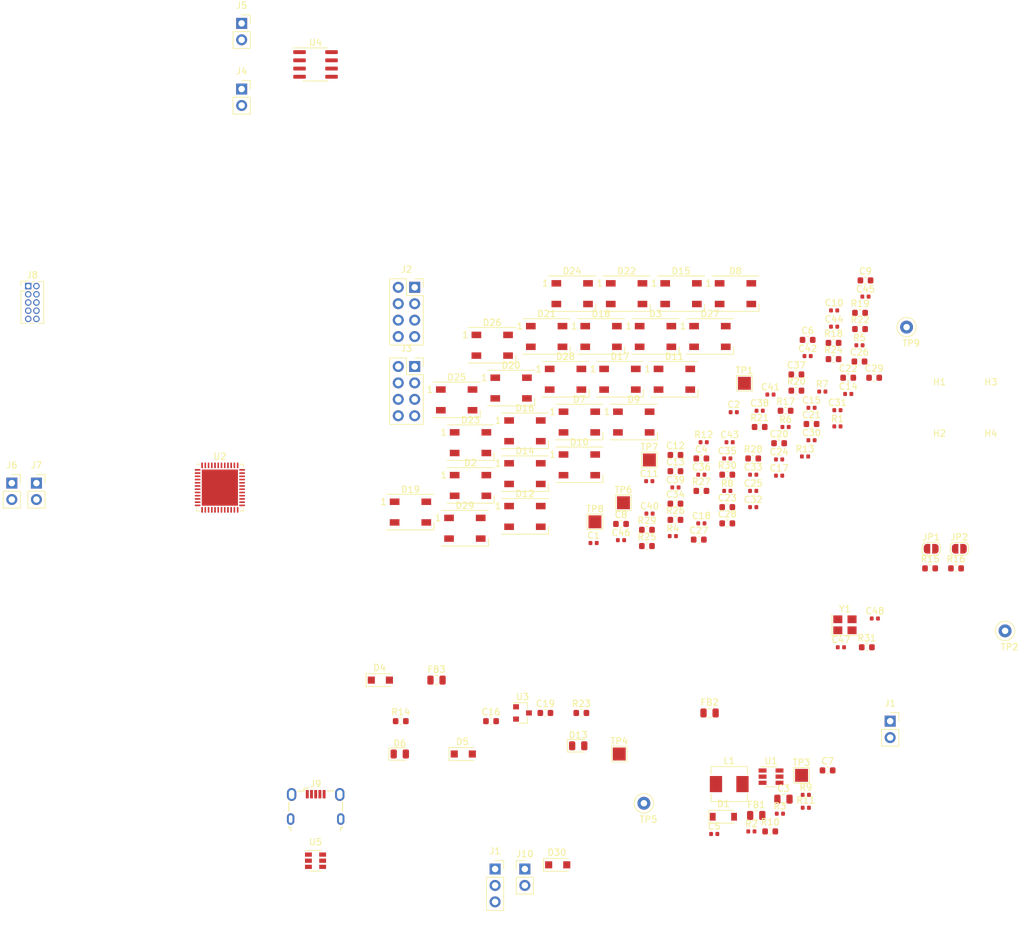
<source format=kicad_pcb>
(kicad_pcb (version 20171130) (host pcbnew "(5.1.6)-1")
  (layers (0 F.Cu signal) (31 B.Cu signal) (34 B.Paste user) (35 F.Paste user) (36 B.SilkS user) (37 F.SilkS user) (38 B.Mask user) (39 F.Mask user) (44 Edge.Cuts user))
  (net 0 "")
  (net 1 "Net-(C1-Pad2)")
  (net 2 GND)
  (net 3 +5V)
  (net 4 +3V3)
  (net 5 VDDA)
  (net 6 AIN0)
  (net 7 AIN1)
  (net 8 "Net-(C23-Pad1)")
  (net 9 VAA)
  (net 10 NRST)
  (net 11 VBUS)
  (net 12 "Net-(D2-Pad2)")
  (net 13 "Net-(D3-Pad2)")
  (net 14 I2S5_SD)
  (net 15 "Net-(D6-Pad2)")
  (net 16 LED_DATA)
  (net 17 "Net-(D7-Pad2)")
  (net 18 "Net-(D10-Pad4)")
  (net 19 "Net-(D11-Pad4)")
  (net 20 "Net-(D10-Pad2)")
  (net 21 "Net-(D11-Pad2)")
  (net 22 "Net-(D12-Pad2)")
  (net 23 "Net-(D13-Pad2)")
  (net 24 "Net-(D14-Pad2)")
  (net 25 "Net-(D15-Pad2)")
  (net 26 "Net-(D16-Pad2)")
  (net 27 "Net-(D17-Pad2)")
  (net 28 "Net-(D18-Pad2)")
  (net 29 "Net-(D19-Pad2)")
  (net 30 "Net-(D20-Pad2)")
  (net 31 "Net-(D21-Pad2)")
  (net 32 "Net-(D22-Pad2)")
  (net 33 "Net-(D23-Pad2)")
  (net 34 "Net-(D24-Pad2)")
  (net 35 "Net-(D25-Pad2)")
  (net 36 "Net-(D26-Pad2)")
  (net 37 IRQ)
  (net 38 SPI2_CIPO)
  (net 39 SPI2_COPI)
  (net 40 SPI2_SCK)
  (net 41 ~SPI2_CS)
  (net 42 "Net-(J4-Pad2)")
  (net 43 "Net-(J4-Pad1)")
  (net 44 "Net-(J5-Pad2)")
  (net 45 "Net-(J5-Pad1)")
  (net 46 AIN2)
  (net 47 AIN3)
  (net 48 SWCLK)
  (net 49 SWDIO)
  (net 50 "Net-(J9-Pad6)")
  (net 51 USB_CON_D+)
  (net 52 USB_CON_D-)
  (net 53 "Net-(R5-Pad2)")
  (net 54 "Net-(R6-Pad2)")
  (net 55 USB_D+)
  (net 56 USB_D-)
  (net 57 HSE_IN)
  (net 58 HSE_OUT)
  (net 59 CE)
  (net 60 USART_RX)
  (net 61 USART_TX)
  (net 62 I2C2_SDA)
  (net 63 I2C2_SCL)
  (net 64 "Net-(J8-Pad8)")
  (net 65 "Net-(J8-Pad7)")
  (net 66 "Net-(J8-Pad6)")
  (net 67 "Net-(J9-Pad4)")
  (net 68 CE+I2S2_MCK)
  (net 69 USART1_TX)
  (net 70 "Net-(U2-Pad46)")
  (net 71 I2C1_SDA)
  (net 72 I2C1_SCL)
  (net 73 "Net-(U2-Pad41)")
  (net 74 "Net-(U2-Pad40)")
  (net 75 TIM2_PWM2)
  (net 76 TIM2_PWM1)
  (net 77 USART1_RX)
  (net 78 "Net-(U2-Pad29)")
  (net 79 "Net-(U2-Pad20)")
  (net 80 /I2S5_WS)
  (net 81 /I2S5_CK)
  (net 82 "Net-(U2-Pad17)")
  (net 83 "Net-(U2-Pad15)")
  (net 84 "Net-(U2-Pad14)")
  (net 85 "Net-(U2-Pad4)")
  (net 86 "Net-(U2-Pad3)")
  (net 87 "Net-(U2-Pad2)")
  (net 88 "Net-(JP1-Pad1)")
  (net 89 "Net-(JP2-Pad1)")
  (net 90 "Net-(C3-Pad1)")
  (net 91 "Net-(C4-Pad2)")
  (net 92 "Net-(C5-Pad2)")
  (net 93 "Net-(C5-Pad1)")
  (net 94 "Net-(C20-Pad2)")
  (net 95 "Net-(C21-Pad1)")
  (net 96 "Net-(C22-Pad2)")
  (net 97 "Net-(C26-Pad1)")
  (net 98 "Net-(C27-Pad2)")
  (net 99 "Net-(C28-Pad1)")
  (net 100 "Net-(C29-Pad2)")
  (net 101 "Net-(D27-Pad2)")
  (net 102 "Net-(D29-Pad2)")
  (net 103 "Net-(FB1-Pad1)")
  (net 104 "Net-(R2-Pad1)")
  (net 105 "Net-(R4-Pad1)")
  (net 106 "Net-(R7-Pad2)")
  (net 107 "Net-(R8-Pad2)")
  (net 108 "Net-(R10-Pad2)")
  (net 109 "Net-(R10-Pad1)")
  (net 110 "Net-(R12-Pad1)")
  (net 111 "Net-(R13-Pad1)")
  (net 112 5V_OUT)
  (net 113 "Net-(D30-Pad1)")
  (net 114 5V_IN)
  (module Resistor_SMD:R_0603_1608Metric (layer F.Cu) (at 171.94 166.915)
    (fp_text reference R10 (at 0 -1.43) (layer F.SilkS))
    (fp_text value 9k1)
    (pad 2 smd roundrect (at 0.7875 0) (size 0.875 0.95) (layers F.Cu F.Paste F.Mask) (net 108 "Net-(R10-Pad2)"))
    (pad 1 smd roundrect (at -0.7875 0) (size 0.875 0.95) (layers F.Cu F.Paste F.Mask) (net 2 GND))
  )
  (module Connector_PinHeader_2.54mm:PinHeader_1x02_P2.54mm_Vertical (layer F.Cu) (at 133.98 172.735)
    (fp_text reference J10 (at 0 -2.33) (layer F.SilkS))
    (fp_text value 5V_OUT)
    (pad 2 thru_hole oval (at 0 2.54) (size 1.7 1.7) (drill 1) (layers *.Cu *.Mask) (net 2 GND))
    (pad 1 thru_hole rect (at 0 0) (size 1.7 1.7) (drill 1) (layers *.Cu *.Mask) (net 112 5V_OUT))
  )
  (module Connector_PinSocket_2.54mm:PinSocket_1x03_P2.54mm_Vertical (layer F.Cu) (at 129.38 172.735)
    (fp_text reference J1 (at 0 -2.77) (layer F.SilkS))
    (fp_text value DC_IN)
    (pad 3 thru_hole oval (at 0 5.08) (size 1.7 1.7) (drill 1) (layers *.Cu *.Mask) (net 114 5V_IN))
    (pad 2 thru_hole oval (at 0 2.54) (size 1.7 1.7) (drill 1) (layers *.Cu *.Mask) (net 2 GND))
    (pad 1 thru_hole rect (at 0 0) (size 1.7 1.7) (drill 1) (layers *.Cu *.Mask) (net 103 "Net-(FB1-Pad1)"))
  )
  (module Diode_SMD:D_SOD-123F (layer F.Cu) (at 139.065 172.085)
    (fp_text reference D30 (at -0.127 -1.905) (layer F.SilkS))
    (fp_text value SM4007)
    (pad 2 smd rect (at 1.4 0) (size 1.1 1.1) (layers F.Cu F.Paste F.Mask) (net 11 VBUS))
    (pad 1 smd rect (at -1.4 0) (size 1.1 1.1) (layers F.Cu F.Paste F.Mask) (net 113 "Net-(D30-Pad1)"))
  )
  (module Capacitor_SMD:C_0805_2012Metric (layer F.Cu) (at 173.99 161.925)
    (fp_text reference C3 (at 0 -1.65) (layer F.SilkS))
    (fp_text value 10uF/25V)
    (pad 2 smd roundrect (at 0.9375 0) (size 0.975 1.4) (layers F.Cu F.Paste F.Mask) (net 2 GND))
    (pad 1 smd roundrect (at -0.9375 0) (size 0.975 1.4) (layers F.Cu F.Paste F.Mask) (net 90 "Net-(C3-Pad1)"))
  )
  (module Package_TO_SOT_SMD:TSOT-23-6 (layer F.Cu) (at 172.07 158.445)
    (fp_text reference U1 (at 0 -2.45) (layer F.SilkS))
    (fp_text value MP2359)
    (pad 6 smd rect (at 1.31 -0.95) (size 1.22 0.65) (layers F.Cu F.Paste F.Mask) (net 93 "Net-(C5-Pad1)"))
    (pad 5 smd rect (at 1.31 0) (size 1.22 0.65) (layers F.Cu F.Paste F.Mask) (net 90 "Net-(C3-Pad1)"))
    (pad 4 smd rect (at 1.31 0.95) (size 1.22 0.65) (layers F.Cu F.Paste F.Mask) (net 104 "Net-(R2-Pad1)"))
    (pad 3 smd rect (at -1.31 0.95) (size 1.22 0.65) (layers F.Cu F.Paste F.Mask) (net 108 "Net-(R10-Pad2)"))
    (pad 2 smd rect (at -1.31 0) (size 1.22 0.65) (layers F.Cu F.Paste F.Mask) (net 2 GND))
    (pad 1 smd rect (at -1.31 -0.95) (size 1.22 0.65) (layers F.Cu F.Paste F.Mask) (net 92 "Net-(C5-Pad2)"))
  )
  (module TestPoint:TestPoint_Pad_2.0x2.0mm (layer F.Cu) (at 176.79 158.245)
    (fp_text reference TP3 (at 0 -1.998) (layer F.SilkS))
    (fp_text value TP_5V)
    (pad 1 smd rect (at 0 0) (size 2 2) (layers F.Cu F.Mask) (net 112 5V_OUT))
  )
  (module Resistor_SMD:R_0402_1005Metric (layer F.Cu) (at 177.45 163.255)
    (fp_text reference R11 (at 0 -1.17) (layer F.SilkS))
    (fp_text value 270)
    (pad 2 smd roundrect (at 0.485 0) (size 0.59 0.64) (layers F.Cu F.Paste F.Mask) (net 109 "Net-(R10-Pad1)"))
    (pad 1 smd roundrect (at -0.485 0) (size 0.59 0.64) (layers F.Cu F.Paste F.Mask) (net 2 GND))
  )
  (module Resistor_SMD:R_0402_1005Metric (layer F.Cu) (at 177.45 161.265)
    (fp_text reference R9 (at 0 -1.17) (layer F.SilkS))
    (fp_text value 47k)
    (pad 2 smd roundrect (at 0.485 0) (size 0.59 0.64) (layers F.Cu F.Paste F.Mask) (net 112 5V_OUT))
    (pad 1 smd roundrect (at -0.485 0) (size 0.59 0.64) (layers F.Cu F.Paste F.Mask) (net 108 "Net-(R10-Pad2)"))
  )
  (module Resistor_SMD:R_0402_1005Metric (layer F.Cu) (at 173.44 164.175)
    (fp_text reference R3 (at 0 -1.17) (layer F.SilkS))
    (fp_text value 27k)
    (pad 2 smd roundrect (at 0.485 0) (size 0.59 0.64) (layers F.Cu F.Paste F.Mask) (net 104 "Net-(R2-Pad1)"))
    (pad 1 smd roundrect (at -0.485 0) (size 0.59 0.64) (layers F.Cu F.Paste F.Mask) (net 2 GND))
  )
  (module Resistor_SMD:R_0402_1005Metric (layer F.Cu) (at 169.03 166.915)
    (fp_text reference R2 (at 0 -1.17) (layer F.SilkS))
    (fp_text value 100k)
    (pad 2 smd roundrect (at 0.485 0) (size 0.59 0.64) (layers F.Cu F.Paste F.Mask) (net 90 "Net-(C3-Pad1)"))
    (pad 1 smd roundrect (at -0.485 0) (size 0.59 0.64) (layers F.Cu F.Paste F.Mask) (net 104 "Net-(R2-Pad1)"))
  )
  (module Inductor_SMD:L_Sunlord_MWSA0518_5.4x5.2mm (layer F.Cu) (at 165.6 159.595)
    (fp_text reference L1 (at 0 -3.6) (layer F.SilkS))
    (fp_text value 10u)
    (pad 2 smd rect (at 2.05 0) (size 1.9 2.5) (layers F.Cu F.Paste F.Mask) (net 112 5V_OUT))
    (pad 1 smd rect (at -2.05 0) (size 1.9 2.5) (layers F.Cu F.Paste F.Mask) (net 93 "Net-(C5-Pad1)"))
  )
  (module Inductor_SMD:L_0805_2012Metric (layer F.Cu) (at 169.78 164.445)
    (fp_text reference FB1 (at 0 -1.65) (layer F.SilkS))
    (fp_text value 600@100MHz)
    (pad 2 smd roundrect (at 0.9375 0) (size 0.975 1.4) (layers F.Cu F.Paste F.Mask) (net 90 "Net-(C3-Pad1)"))
    (pad 1 smd roundrect (at -0.9375 0) (size 0.975 1.4) (layers F.Cu F.Paste F.Mask) (net 103 "Net-(FB1-Pad1)"))
  )
  (module Diode_SMD:D_SOD-123 (layer F.Cu) (at 164.7 164.645)
    (fp_text reference D1 (at 0 -2) (layer F.SilkS))
    (fp_text value B5819W)
    (pad 2 smd rect (at 1.65 0) (size 0.9 1.2) (layers F.Cu F.Paste F.Mask) (net 2 GND))
    (pad 1 smd rect (at -1.65 0) (size 0.9 1.2) (layers F.Cu F.Paste F.Mask) (net 93 "Net-(C5-Pad1)"))
  )
  (module Capacitor_SMD:C_0603_1608Metric (layer F.Cu) (at 180.82 157.475)
    (fp_text reference C7 (at 0 -1.43) (layer F.SilkS))
    (fp_text value 22u)
    (pad 2 smd roundrect (at 0.7875 0) (size 0.875 0.95) (layers F.Cu F.Paste F.Mask) (net 2 GND))
    (pad 1 smd roundrect (at -0.7875 0) (size 0.875 0.95) (layers F.Cu F.Paste F.Mask) (net 112 5V_OUT))
  )
  (module Capacitor_SMD:C_0402_1005Metric (layer F.Cu) (at 163.28 167.315)
    (fp_text reference C5 (at 0 -1.17) (layer F.SilkS))
    (fp_text value 10n)
    (pad 2 smd roundrect (at 0.485 0) (size 0.59 0.64) (layers F.Cu F.Paste F.Mask) (net 92 "Net-(C5-Pad2)"))
    (pad 1 smd roundrect (at -0.485 0) (size 0.59 0.64) (layers F.Cu F.Paste F.Mask) (net 93 "Net-(C5-Pad1)"))
  )
  (module Resistor_SMD:R_0402_1005Metric (layer F.Cu) (at 177.33 108.91)
    (fp_text reference R13 (at 0 -1.17) (layer F.SilkS))
    (fp_text value 100)
    (pad 2 smd roundrect (at 0.485 0) (size 0.59 0.64) (layers F.Cu F.Paste F.Mask) (net 69 USART1_TX))
    (pad 1 smd roundrect (at -0.485 0) (size 0.59 0.64) (layers F.Cu F.Paste F.Mask) (net 111 "Net-(R13-Pad1)"))
  )
  (module Resistor_SMD:R_0402_1005Metric (layer F.Cu) (at 161.65 106.71)
    (fp_text reference R12 (at 0 -1.17) (layer F.SilkS))
    (fp_text value 100)
    (pad 2 smd roundrect (at 0.485 0) (size 0.59 0.64) (layers F.Cu F.Paste F.Mask) (net 68 CE+I2S2_MCK))
    (pad 1 smd roundrect (at -0.485 0) (size 0.59 0.64) (layers F.Cu F.Paste F.Mask) (net 110 "Net-(R12-Pad1)"))
  )
  (module Resistor_SMD:R_0402_1005Metric (layer F.Cu) (at 165.3 114.24)
    (fp_text reference R8 (at 0 -1.17) (layer F.SilkS))
    (fp_text value 100)
    (pad 2 smd roundrect (at 0.485 0) (size 0.59 0.64) (layers F.Cu F.Paste F.Mask) (net 107 "Net-(R8-Pad2)"))
    (pad 1 smd roundrect (at -0.485 0) (size 0.59 0.64) (layers F.Cu F.Paste F.Mask) (net 39 SPI2_COPI))
  )
  (module Resistor_SMD:R_0402_1005Metric (layer F.Cu) (at 180 98.87)
    (fp_text reference R7 (at 0 -1.17) (layer F.SilkS))
    (fp_text value 100)
    (pad 2 smd roundrect (at 0.485 0) (size 0.59 0.64) (layers F.Cu F.Paste F.Mask) (net 106 "Net-(R7-Pad2)"))
    (pad 1 smd roundrect (at -0.485 0) (size 0.59 0.64) (layers F.Cu F.Paste F.Mask) (net 41 ~SPI2_CS))
  )
  (module Resistor_SMD:R_0402_1005Metric (layer F.Cu) (at 174.32 104.35)
    (fp_text reference R6 (at 0 -1.17) (layer F.SilkS))
    (fp_text value 100)
    (pad 2 smd roundrect (at 0.485 0) (size 0.59 0.64) (layers F.Cu F.Paste F.Mask) (net 54 "Net-(R6-Pad2)"))
    (pad 1 smd roundrect (at -0.485 0) (size 0.59 0.64) (layers F.Cu F.Paste F.Mask) (net 40 SPI2_SCK))
  )
  (module Resistor_SMD:R_0402_1005Metric (layer F.Cu) (at 185.75 91.71)
    (fp_text reference R5 (at 0 -1.17) (layer F.SilkS))
    (fp_text value 390)
    (pad 2 smd roundrect (at 0.485 0) (size 0.59 0.64) (layers F.Cu F.Paste F.Mask) (net 53 "Net-(R5-Pad2)"))
    (pad 1 smd roundrect (at -0.485 0) (size 0.59 0.64) (layers F.Cu F.Paste F.Mask) (net 14 I2S5_SD))
  )
  (module Resistor_SMD:R_0402_1005Metric (layer F.Cu) (at 156.88 121.23)
    (fp_text reference R4 (at 0 -1.17) (layer F.SilkS))
    (fp_text value 10k)
    (pad 2 smd roundrect (at 0.485 0) (size 0.59 0.64) (layers F.Cu F.Paste F.Mask) (net 2 GND))
    (pad 1 smd roundrect (at -0.485 0) (size 0.59 0.64) (layers F.Cu F.Paste F.Mask) (net 105 "Net-(R4-Pad1)"))
  )
  (module Inductor_SMD:L_0805_2012Metric (layer F.Cu) (at 162.56 148.59)
    (fp_text reference FB2 (at 0 -1.65) (layer F.SilkS))
    (fp_text value 600@100MHz)
    (pad 2 smd roundrect (at 0.9375 0) (size 0.975 1.4) (layers F.Cu F.Paste F.Mask) (net 5 VDDA))
    (pad 1 smd roundrect (at -0.9375 0) (size 0.975 1.4) (layers F.Cu F.Paste F.Mask) (net 4 +3V3))
  )
  (module Inductor_SMD:L_0805_2012Metric (layer F.Cu) (at 120.3175 143.51)
    (fp_text reference FB3 (at 0 -1.65) (layer F.SilkS))
    (fp_text value 600@100MHz)
    (pad 2 smd roundrect (at 0.9375 0) (size 0.975 1.4) (layers F.Cu F.Paste F.Mask) (net 3 +5V))
    (pad 1 smd roundrect (at -0.9375 0) (size 0.975 1.4) (layers F.Cu F.Paste F.Mask) (net 113 "Net-(D30-Pad1)"))
  )
  (module Capacitor_SMD:C_0402_1005Metric (layer F.Cu) (at 188.13 133.98)
    (fp_text reference C48 (at 0 -1.17) (layer F.SilkS))
    (fp_text value 0.1u)
    (pad 2 smd roundrect (at 0.485 0) (size 0.59 0.64) (layers F.Cu F.Paste F.Mask) (net 3 +5V))
    (pad 1 smd roundrect (at -0.485 0) (size 0.59 0.64) (layers F.Cu F.Paste F.Mask) (net 2 GND))
  )
  (module Capacitor_SMD:C_0402_1005Metric (layer F.Cu) (at 182.88 138.43)
    (fp_text reference C47 (at 0 -1.17) (layer F.SilkS))
    (fp_text value 0.1u)
    (pad 2 smd roundrect (at 0.485 0) (size 0.59 0.64) (layers F.Cu F.Paste F.Mask) (net 3 +5V))
    (pad 1 smd roundrect (at -0.485 0) (size 0.59 0.64) (layers F.Cu F.Paste F.Mask) (net 2 GND))
  )
  (module Capacitor_SMD:C_0402_1005Metric (layer F.Cu) (at 148.86 121.86)
    (fp_text reference C46 (at 0 -1.17) (layer F.SilkS))
    (fp_text value 0.1u)
    (pad 2 smd roundrect (at 0.485 0) (size 0.59 0.64) (layers F.Cu F.Paste F.Mask) (net 2 GND))
    (pad 1 smd roundrect (at -0.485 0) (size 0.59 0.64) (layers F.Cu F.Paste F.Mask) (net 10 NRST))
  )
  (module Capacitor_SMD:C_0402_1005Metric (layer F.Cu) (at 186.68 84.18)
    (fp_text reference C45 (at 0 -1.17) (layer F.SilkS))
    (fp_text value 0.1u)
    (pad 2 smd roundrect (at 0.485 0) (size 0.59 0.64) (layers F.Cu F.Paste F.Mask) (net 3 +5V))
    (pad 1 smd roundrect (at -0.485 0) (size 0.59 0.64) (layers F.Cu F.Paste F.Mask) (net 2 GND))
  )
  (module Capacitor_SMD:C_0402_1005Metric (layer F.Cu) (at 181.83 88.83)
    (fp_text reference C44 (at 0 -1.17) (layer F.SilkS))
    (fp_text value 0.1u)
    (pad 2 smd roundrect (at 0.485 0) (size 0.59 0.64) (layers F.Cu F.Paste F.Mask) (net 3 +5V))
    (pad 1 smd roundrect (at -0.485 0) (size 0.59 0.64) (layers F.Cu F.Paste F.Mask) (net 2 GND))
  )
  (module Capacitor_SMD:C_0402_1005Metric (layer F.Cu) (at 165.66 106.71)
    (fp_text reference C43 (at 0 -1.17) (layer F.SilkS))
    (fp_text value 0.1u)
    (pad 2 smd roundrect (at 0.485 0) (size 0.59 0.64) (layers F.Cu F.Paste F.Mask) (net 3 +5V))
    (pad 1 smd roundrect (at -0.485 0) (size 0.59 0.64) (layers F.Cu F.Paste F.Mask) (net 2 GND))
  )
  (module Capacitor_SMD:C_0402_1005Metric (layer F.Cu) (at 177.73 93.38)
    (fp_text reference C42 (at 0 -1.17) (layer F.SilkS))
    (fp_text value 0.1u)
    (pad 2 smd roundrect (at 0.485 0) (size 0.59 0.64) (layers F.Cu F.Paste F.Mask) (net 3 +5V))
    (pad 1 smd roundrect (at -0.485 0) (size 0.59 0.64) (layers F.Cu F.Paste F.Mask) (net 2 GND))
  )
  (module Capacitor_SMD:C_0402_1005Metric (layer F.Cu) (at 171.98 99.33)
    (fp_text reference C41 (at 0 -1.17) (layer F.SilkS))
    (fp_text value 0.1u)
    (pad 2 smd roundrect (at 0.485 0) (size 0.59 0.64) (layers F.Cu F.Paste F.Mask) (net 3 +5V))
    (pad 1 smd roundrect (at -0.485 0) (size 0.59 0.64) (layers F.Cu F.Paste F.Mask) (net 2 GND))
  )
  (module Capacitor_SMD:C_0402_1005Metric (layer F.Cu) (at 153.27 117.75)
    (fp_text reference C40 (at 0 -1.17) (layer F.SilkS))
    (fp_text value 0.1u)
    (pad 2 smd roundrect (at 0.485 0) (size 0.59 0.64) (layers F.Cu F.Paste F.Mask) (net 3 +5V))
    (pad 1 smd roundrect (at -0.485 0) (size 0.59 0.64) (layers F.Cu F.Paste F.Mask) (net 2 GND))
  )
  (module Capacitor_SMD:C_0402_1005Metric (layer F.Cu) (at 157.28 113.7)
    (fp_text reference C39 (at 0 -1.17) (layer F.SilkS))
    (fp_text value 0.1u)
    (pad 2 smd roundrect (at 0.485 0) (size 0.59 0.64) (layers F.Cu F.Paste F.Mask) (net 3 +5V))
    (pad 1 smd roundrect (at -0.485 0) (size 0.59 0.64) (layers F.Cu F.Paste F.Mask) (net 2 GND))
  )
  (module Capacitor_SMD:C_0402_1005Metric (layer F.Cu) (at 170.31 101.84)
    (fp_text reference C38 (at 0 -1.17) (layer F.SilkS))
    (fp_text value 0.1u)
    (pad 2 smd roundrect (at 0.485 0) (size 0.59 0.64) (layers F.Cu F.Paste F.Mask) (net 3 +5V))
    (pad 1 smd roundrect (at -0.485 0) (size 0.59 0.64) (layers F.Cu F.Paste F.Mask) (net 2 GND))
  )
  (module Capacitor_SMD:C_0402_1005Metric (layer F.Cu) (at 161.29 111.73)
    (fp_text reference C36 (at 0 -1.17) (layer F.SilkS))
    (fp_text value 0.1u)
    (pad 2 smd roundrect (at 0.485 0) (size 0.59 0.64) (layers F.Cu F.Paste F.Mask) (net 3 +5V))
    (pad 1 smd roundrect (at -0.485 0) (size 0.59 0.64) (layers F.Cu F.Paste F.Mask) (net 2 GND))
  )
  (module Capacitor_SMD:C_0402_1005Metric (layer F.Cu) (at 165.3 109.22)
    (fp_text reference C35 (at 0 -1.17) (layer F.SilkS))
    (fp_text value 0.1u)
    (pad 2 smd roundrect (at 0.485 0) (size 0.59 0.64) (layers F.Cu F.Paste F.Mask) (net 3 +5V))
    (pad 1 smd roundrect (at -0.485 0) (size 0.59 0.64) (layers F.Cu F.Paste F.Mask) (net 2 GND))
  )
  (module Capacitor_SMD:C_0402_1005Metric (layer F.Cu) (at 169.31 111.73)
    (fp_text reference C33 (at 0 -1.17) (layer F.SilkS))
    (fp_text value 0.1u)
    (pad 2 smd roundrect (at 0.485 0) (size 0.59 0.64) (layers F.Cu F.Paste F.Mask) (net 3 +5V))
    (pad 1 smd roundrect (at -0.485 0) (size 0.59 0.64) (layers F.Cu F.Paste F.Mask) (net 2 GND))
  )
  (module Capacitor_SMD:C_0402_1005Metric (layer F.Cu) (at 169.31 116.75)
    (fp_text reference C32 (at 0 -1.17) (layer F.SilkS))
    (fp_text value 0.1u)
    (pad 2 smd roundrect (at 0.485 0) (size 0.59 0.64) (layers F.Cu F.Paste F.Mask) (net 3 +5V))
    (pad 1 smd roundrect (at -0.485 0) (size 0.59 0.64) (layers F.Cu F.Paste F.Mask) (net 2 GND))
  )
  (module Capacitor_SMD:C_0402_1005Metric (layer F.Cu) (at 182.34 101.75)
    (fp_text reference C31 (at 0 -1.17) (layer F.SilkS))
    (fp_text value 0.1u)
    (pad 2 smd roundrect (at 0.485 0) (size 0.59 0.64) (layers F.Cu F.Paste F.Mask) (net 3 +5V))
    (pad 1 smd roundrect (at -0.485 0) (size 0.59 0.64) (layers F.Cu F.Paste F.Mask) (net 2 GND))
  )
  (module Capacitor_SMD:C_0402_1005Metric (layer F.Cu) (at 178.33 106.4)
    (fp_text reference C30 (at 0 -1.17) (layer F.SilkS))
    (fp_text value 0.1u)
    (pad 2 smd roundrect (at 0.485 0) (size 0.59 0.64) (layers F.Cu F.Paste F.Mask) (net 3 +5V))
    (pad 1 smd roundrect (at -0.485 0) (size 0.59 0.64) (layers F.Cu F.Paste F.Mask) (net 2 GND))
  )
  (module Capacitor_SMD:C_0402_1005Metric (layer F.Cu) (at 169.31 114.24)
    (fp_text reference C25 (at 0 -1.17) (layer F.SilkS))
    (fp_text value 0.1u)
    (pad 2 smd roundrect (at 0.485 0) (size 0.59 0.64) (layers F.Cu F.Paste F.Mask) (net 3 +5V))
    (pad 1 smd roundrect (at -0.485 0) (size 0.59 0.64) (layers F.Cu F.Paste F.Mask) (net 2 GND))
  )
  (module Capacitor_SMD:C_0402_1005Metric (layer F.Cu) (at 173.32 109.37)
    (fp_text reference C24 (at 0 -1.17) (layer F.SilkS))
    (fp_text value 0.1u)
    (pad 2 smd roundrect (at 0.485 0) (size 0.59 0.64) (layers F.Cu F.Paste F.Mask) (net 3 +5V))
    (pad 1 smd roundrect (at -0.485 0) (size 0.59 0.64) (layers F.Cu F.Paste F.Mask) (net 2 GND))
  )
  (module Capacitor_SMD:C_0402_1005Metric (layer F.Cu) (at 161.29 119.26)
    (fp_text reference C18 (at 0 -1.17) (layer F.SilkS))
    (fp_text value 0.1u)
    (pad 2 smd roundrect (at 0.485 0) (size 0.59 0.64) (layers F.Cu F.Paste F.Mask) (net 3 +5V))
    (pad 1 smd roundrect (at -0.485 0) (size 0.59 0.64) (layers F.Cu F.Paste F.Mask) (net 2 GND))
  )
  (module Capacitor_SMD:C_0402_1005Metric (layer F.Cu) (at 173.32 111.88)
    (fp_text reference C17 (at 0 -1.17) (layer F.SilkS))
    (fp_text value 0.1u)
    (pad 2 smd roundrect (at 0.485 0) (size 0.59 0.64) (layers F.Cu F.Paste F.Mask) (net 3 +5V))
    (pad 1 smd roundrect (at -0.485 0) (size 0.59 0.64) (layers F.Cu F.Paste F.Mask) (net 2 GND))
  )
  (module Capacitor_SMD:C_0402_1005Metric (layer F.Cu) (at 178.33 101.38)
    (fp_text reference C15 (at 0 -1.17) (layer F.SilkS))
    (fp_text value 0.1u)
    (pad 2 smd roundrect (at 0.485 0) (size 0.59 0.64) (layers F.Cu F.Paste F.Mask) (net 3 +5V))
    (pad 1 smd roundrect (at -0.485 0) (size 0.59 0.64) (layers F.Cu F.Paste F.Mask) (net 2 GND))
  )
  (module Capacitor_SMD:C_0402_1005Metric (layer F.Cu) (at 184.01 99.24)
    (fp_text reference C14 (at 0 -1.17) (layer F.SilkS))
    (fp_text value 0.1u)
    (pad 2 smd roundrect (at 0.485 0) (size 0.59 0.64) (layers F.Cu F.Paste F.Mask) (net 3 +5V))
    (pad 1 smd roundrect (at -0.485 0) (size 0.59 0.64) (layers F.Cu F.Paste F.Mask) (net 2 GND))
  )
  (module Capacitor_SMD:C_0402_1005Metric (layer F.Cu) (at 153.23 112.73)
    (fp_text reference C11 (at 0 -1.17) (layer F.SilkS))
    (fp_text value 0.1u)
    (pad 2 smd roundrect (at 0.485 0) (size 0.59 0.64) (layers F.Cu F.Paste F.Mask) (net 3 +5V))
    (pad 1 smd roundrect (at -0.485 0) (size 0.59 0.64) (layers F.Cu F.Paste F.Mask) (net 2 GND))
  )
  (module Capacitor_SMD:C_0402_1005Metric (layer F.Cu) (at 181.83 86.32)
    (fp_text reference C10 (at 0 -1.17) (layer F.SilkS))
    (fp_text value 0.1u)
    (pad 2 smd roundrect (at 0.485 0) (size 0.59 0.64) (layers F.Cu F.Paste F.Mask) (net 3 +5V))
    (pad 1 smd roundrect (at -0.485 0) (size 0.59 0.64) (layers F.Cu F.Paste F.Mask) (net 2 GND))
  )
  (module Resistor_SMD:R_0603_1608Metric (layer F.Cu) (at 200.69 126.22)
    (fp_text reference R16 (at 0 -1.43) (layer F.SilkS))
    (fp_text value 2k2)
    (pad 2 smd roundrect (at 0.7875 0) (size 0.875 0.95) (layers F.Cu F.Paste F.Mask) (net 89 "Net-(JP2-Pad1)"))
    (pad 1 smd roundrect (at -0.7875 0) (size 0.875 0.95) (layers F.Cu F.Paste F.Mask) (net 4 +3V3))
  )
  (module Resistor_SMD:R_0603_1608Metric (layer F.Cu) (at 196.68 126.22)
    (fp_text reference R15 (at 0 -1.43) (layer F.SilkS))
    (fp_text value 2k2)
    (pad 2 smd roundrect (at 0.7875 0) (size 0.875 0.95) (layers F.Cu F.Paste F.Mask) (net 88 "Net-(JP1-Pad1)"))
    (pad 1 smd roundrect (at -0.7875 0) (size 0.875 0.95) (layers F.Cu F.Paste F.Mask) (net 4 +3V3))
  )
  (module Resistor_SMD:R_0402_1005Metric (layer F.Cu) (at 182.34 104.26)
    (fp_text reference R1 (at 0 -1.17) (layer F.SilkS))
    (fp_text value 47)
    (pad 2 smd roundrect (at 0.485 0) (size 0.59 0.64) (layers F.Cu F.Paste F.Mask) (net 58 HSE_OUT))
    (pad 1 smd roundrect (at -0.485 0) (size 0.59 0.64) (layers F.Cu F.Paste F.Mask) (net 1 "Net-(C1-Pad2)"))
  )
  (module Jumper:SolderJumper-2_P1.3mm_Open_RoundedPad1.0x1.5mm (layer F.Cu) (at 201.2 123.19)
    (fp_text reference JP2 (at 0 -1.8) (layer F.SilkS))
    (fp_text value SDA_PU)
    (pad 2 smd custom (at 0.65 0) (size 1 0.5) (layers F.Cu F.Mask) (net 71 I2C1_SDA) (options (clearance outline) (anchor rect)) (primitives (gr_circle (center 0 0.25) (end 0.5 0.25) (width 0)) (gr_circle (center 0 -0.25) (end 0.5 -0.25) (width 0)) (gr_poly (pts (xy 0 -0.75) (xy -0.5 -0.75) (xy -0.5 0.75) (xy 0 0.75)) (width 0))))
    (pad 1 smd custom (at -0.65 0) (size 1 0.5) (layers F.Cu F.Mask) (net 89 "Net-(JP2-Pad1)") (options (clearance outline) (anchor rect)) (primitives (gr_circle (center 0 0.25) (end 0.5 0.25) (width 0)) (gr_circle (center 0 -0.25) (end 0.5 -0.25) (width 0)) (gr_poly (pts (xy 0 -0.75) (xy 0.5 -0.75) (xy 0.5 0.75) (xy 0 0.75)) (width 0))))
  )
  (module Jumper:SolderJumper-2_P1.3mm_Open_RoundedPad1.0x1.5mm (layer F.Cu) (at 196.85 123.19)
    (fp_text reference JP1 (at 0 -1.8) (layer F.SilkS))
    (fp_text value SCL_PU)
    (pad 2 smd custom (at 0.65 0) (size 1 0.5) (layers F.Cu F.Mask) (net 72 I2C1_SCL) (options (clearance outline) (anchor rect)) (primitives (gr_circle (center 0 0.25) (end 0.5 0.25) (width 0)) (gr_circle (center 0 -0.25) (end 0.5 -0.25) (width 0)) (gr_poly (pts (xy 0 -0.75) (xy -0.5 -0.75) (xy -0.5 0.75) (xy 0 0.75)) (width 0))))
    (pad 1 smd custom (at -0.65 0) (size 1 0.5) (layers F.Cu F.Mask) (net 88 "Net-(JP1-Pad1)") (options (clearance outline) (anchor rect)) (primitives (gr_circle (center 0 0.25) (end 0.5 0.25) (width 0)) (gr_circle (center 0 -0.25) (end 0.5 -0.25) (width 0)) (gr_poly (pts (xy 0 -0.75) (xy 0.5 -0.75) (xy 0.5 0.75) (xy 0 0.75)) (width 0))))
  )
  (module Connector_USB:USB_Micro-B_Wuerth_629105150521 (layer F.Cu) (at 101.625 163.055)
    (fp_text reference J9 (at 0 -3.5) (layer F.SilkS))
    (fp_text value USB_B_Micro)
    (pad "" np_thru_hole oval (at 2.5 -0.8) (size 0.8 0.8) (drill 0.8) (layers *.Cu *.Mask))
    (pad "" np_thru_hole oval (at -2.5 -0.8) (size 0.8 0.8) (drill 0.8) (layers *.Cu *.Mask))
    (pad 6 thru_hole oval (at 3.875 1.95) (size 1.15 1.8) (drill oval 0.55 1.2) (layers *.Cu *.Mask) (net 50 "Net-(J9-Pad6)"))
    (pad 6 thru_hole oval (at -3.875 1.95) (size 1.15 1.8) (drill oval 0.55 1.2) (layers *.Cu *.Mask) (net 50 "Net-(J9-Pad6)"))
    (pad 6 thru_hole oval (at 3.725 -1.85) (size 1.45 2) (drill oval 0.85 1.4) (layers *.Cu *.Mask) (net 50 "Net-(J9-Pad6)"))
    (pad 6 thru_hole oval (at -3.725 -1.85) (size 1.45 2) (drill oval 0.85 1.4) (layers *.Cu *.Mask) (net 50 "Net-(J9-Pad6)"))
    (pad 5 smd rect (at 1.3 -1.9) (size 0.45 1.3) (layers F.Cu F.Paste F.Mask) (net 2 GND))
    (pad 4 smd rect (at 0.65 -1.9) (size 0.45 1.3) (layers F.Cu F.Paste F.Mask) (net 67 "Net-(J9-Pad4)"))
    (pad 3 smd rect (at 0 -1.9) (size 0.45 1.3) (layers F.Cu F.Paste F.Mask) (net 51 USB_CON_D+))
    (pad 2 smd rect (at -0.65 -1.9) (size 0.45 1.3) (layers F.Cu F.Paste F.Mask) (net 52 USB_CON_D-))
    (pad 1 smd rect (at -1.3 -1.9) (size 0.45 1.3) (layers F.Cu F.Paste F.Mask) (net 11 VBUS))
  )
  (module Connector_PinSocket_2.54mm:PinSocket_1x02_P2.54mm_Vertical (layer F.Cu) (at 190.5 149.86)
    (fp_text reference J1 (at 0 -2.77) (layer F.SilkS))
    (fp_text value 12V_IN)
    (pad 2 thru_hole oval (at 0 2.54) (size 1.7 1.7) (drill 1) (layers *.Cu *.Mask) (net 2 GND))
    (pad 1 thru_hole rect (at 0 0) (size 1.7 1.7) (drill 1) (layers *.Cu *.Mask) (net 103 "Net-(FB1-Pad1)"))
  )
  (module MountingHole:MountingHole_3.2mm_M3 (layer F.Cu) (at 206.07 109.55)
    (fp_text reference H4 (at 0 -4.2) (layer F.SilkS))
    (fp_text value MountingHole)
    (pad 1 np_thru_hole circle (at 0 0) (size 3.2 3.2) (drill 3.2) (layers *.Cu *.Mask))
  )
  (module MountingHole:MountingHole_3.2mm_M3 (layer F.Cu) (at 206.07 101.6)
    (fp_text reference H3 (at 0 -4.2) (layer F.SilkS))
    (fp_text value MountingHole)
    (pad 1 np_thru_hole circle (at 0 0) (size 3.2 3.2) (drill 3.2) (layers *.Cu *.Mask))
  )
  (module MountingHole:MountingHole_3.2mm_M3 (layer F.Cu) (at 198.12 109.55)
    (fp_text reference H2 (at 0 -4.2) (layer F.SilkS))
    (fp_text value MountingHole)
    (pad 1 np_thru_hole circle (at 0 0) (size 3.2 3.2) (drill 3.2) (layers *.Cu *.Mask))
  )
  (module MountingHole:MountingHole_3.2mm_M3 (layer F.Cu) (at 198.12 101.6)
    (fp_text reference H1 (at 0 -4.2) (layer F.SilkS))
    (fp_text value MountingHole)
    (pad 1 np_thru_hole circle (at 0 0) (size 3.2 3.2) (drill 3.2) (layers *.Cu *.Mask))
  )
  (module Capacitor_SMD:C_0402_1005Metric (layer F.Cu) (at 144.62 122.3)
    (fp_text reference C1 (at 0 -1.17) (layer F.SilkS))
    (fp_text value 12p)
    (pad 2 smd roundrect (at 0.485 0) (size 0.59 0.64) (layers F.Cu F.Paste F.Mask) (net 1 "Net-(C1-Pad2)"))
    (pad 1 smd roundrect (at -0.485 0) (size 0.59 0.64) (layers F.Cu F.Paste F.Mask) (net 2 GND))
  )
  (module Capacitor_SMD:C_0402_1005Metric (layer F.Cu) (at 166.3 102.06)
    (fp_text reference C2 (at 0 -1.17) (layer F.SilkS))
    (fp_text value 12p)
    (pad 2 smd roundrect (at 0.485 0) (size 0.59 0.64) (layers F.Cu F.Paste F.Mask) (net 57 HSE_IN))
    (pad 1 smd roundrect (at -0.485 0) (size 0.59 0.64) (layers F.Cu F.Paste F.Mask) (net 2 GND))
  )
  (module Crystal:Crystal_SMD_3225-4Pin_3.2x2.5mm (layer F.Cu) (at 183.5 134.95)
    (fp_text reference Y1 (at 0 -2.45) (layer F.SilkS))
    (fp_text value 16MHz)
    (pad 4 smd rect (at -1.1 -0.85) (size 1.4 1.2) (layers F.Cu F.Paste F.Mask) (net 2 GND))
    (pad 3 smd rect (at 1.1 -0.85) (size 1.4 1.2) (layers F.Cu F.Paste F.Mask) (net 1 "Net-(C1-Pad2)"))
    (pad 2 smd rect (at 1.1 0.85) (size 1.4 1.2) (layers F.Cu F.Paste F.Mask) (net 2 GND))
    (pad 1 smd rect (at -1.1 0.85) (size 1.4 1.2) (layers F.Cu F.Paste F.Mask) (net 57 HSE_IN))
  )
  (module Resistor_SMD:R_0603_1608Metric (layer F.Cu) (at 186.89 138.43)
    (fp_text reference R31 (at 0 -1.43) (layer F.SilkS))
    (fp_text value 3k9)
    (pad 2 smd roundrect (at 0.7875 0) (size 0.875 0.95) (layers F.Cu F.Paste F.Mask) (net 9 VAA))
    (pad 1 smd roundrect (at -0.7875 0) (size 0.875 0.95) (layers F.Cu F.Paste F.Mask) (net 2 GND))
  )
  (module Package_TO_SOT_SMD:SOT-23-6 (layer F.Cu) (at 101.6 171.45)
    (fp_text reference U5 (at 0 -2.9) (layer F.SilkS))
    (fp_text value USBLC6-2SC6)
    (pad 5 smd rect (at 1.1 0) (size 1.06 0.65) (layers F.Cu F.Paste F.Mask) (net 3 +5V))
    (pad 6 smd rect (at 1.1 -0.95) (size 1.06 0.65) (layers F.Cu F.Paste F.Mask) (net 51 USB_CON_D+))
    (pad 4 smd rect (at 1.1 0.95) (size 1.06 0.65) (layers F.Cu F.Paste F.Mask) (net 52 USB_CON_D-))
    (pad 3 smd rect (at -1.1 0.95) (size 1.06 0.65) (layers F.Cu F.Paste F.Mask) (net 56 USB_D-))
    (pad 2 smd rect (at -1.1 0) (size 1.06 0.65) (layers F.Cu F.Paste F.Mask) (net 2 GND))
    (pad 1 smd rect (at -1.1 -0.95) (size 1.06 0.65) (layers F.Cu F.Paste F.Mask) (net 55 USB_D+))
  )
  (module Package_SO:SOIC-8_3.9x4.9mm_P1.27mm (layer F.Cu) (at 101.6 48.26)
    (fp_text reference U4 (at 0 -3.4) (layer F.SilkS))
    (fp_text value MCP6002-ISN)
    (pad 8 smd roundrect (at 2.475 -1.905) (size 1.95 0.6) (layers F.Cu F.Paste F.Mask) (net 5 VDDA))
    (pad 7 smd roundrect (at 2.475 -0.635) (size 1.95 0.6) (layers F.Cu F.Paste F.Mask) (net 7 AIN1))
    (pad 6 smd roundrect (at 2.475 0.635) (size 1.95 0.6) (layers F.Cu F.Paste F.Mask) (net 99 "Net-(C28-Pad1)"))
    (pad 5 smd roundrect (at 2.475 1.905) (size 1.95 0.6) (layers F.Cu F.Paste F.Mask) (net 100 "Net-(C29-Pad2)"))
    (pad 4 smd roundrect (at -2.475 1.905) (size 1.95 0.6) (layers F.Cu F.Paste F.Mask) (net 2 GND))
    (pad 3 smd roundrect (at -2.475 0.635) (size 1.95 0.6) (layers F.Cu F.Paste F.Mask) (net 98 "Net-(C27-Pad2)"))
    (pad 2 smd roundrect (at -2.475 -0.635) (size 1.95 0.6) (layers F.Cu F.Paste F.Mask) (net 97 "Net-(C26-Pad1)"))
    (pad 1 smd roundrect (at -2.475 -1.905) (size 1.95 0.6) (layers F.Cu F.Paste F.Mask) (net 6 AIN0))
  )
  (module Package_DFN_QFN:QFN-48-1EP_7x7mm_P0.5mm_EP5.6x5.6mm (layer F.Cu) (at 86.8 113.73)
    (fp_text reference U2 (at 0 -4.82) (layer F.SilkS))
    (fp_text value STM32F411CEU6)
    (pad 49 smd rect (at 0 0) (size 5.6 5.6) (layers F.Cu F.Mask) (net 2 GND))
    (pad 48 smd roundrect (at -2.75 -3.4375) (size 0.25 0.875) (layers F.Cu F.Paste F.Mask) (net 4 +3V3))
    (pad 47 smd roundrect (at -2.25 -3.4375) (size 0.25 0.875) (layers F.Cu F.Paste F.Mask) (net 2 GND))
    (pad 46 smd roundrect (at -1.75 -3.4375) (size 0.25 0.875) (layers F.Cu F.Paste F.Mask) (net 70 "Net-(U2-Pad46)"))
    (pad 45 smd roundrect (at -1.25 -3.4375) (size 0.25 0.875) (layers F.Cu F.Paste F.Mask) (net 53 "Net-(R5-Pad2)"))
    (pad 44 smd roundrect (at -0.75 -3.4375) (size 0.25 0.875) (layers F.Cu F.Paste F.Mask) (net 105 "Net-(R4-Pad1)"))
    (pad 43 smd roundrect (at -0.25 -3.4375) (size 0.25 0.875) (layers F.Cu F.Paste F.Mask) (net 71 I2C1_SDA))
    (pad 42 smd roundrect (at 0.25 -3.4375) (size 0.25 0.875) (layers F.Cu F.Paste F.Mask) (net 72 I2C1_SCL))
    (pad 41 smd roundrect (at 0.75 -3.4375) (size 0.25 0.875) (layers F.Cu F.Paste F.Mask) (net 73 "Net-(U2-Pad41)"))
    (pad 40 smd roundrect (at 1.25 -3.4375) (size 0.25 0.875) (layers F.Cu F.Paste F.Mask) (net 74 "Net-(U2-Pad40)"))
    (pad 39 smd roundrect (at 1.75 -3.4375) (size 0.25 0.875) (layers F.Cu F.Paste F.Mask) (net 75 TIM2_PWM2))
    (pad 38 smd roundrect (at 2.25 -3.4375) (size 0.25 0.875) (layers F.Cu F.Paste F.Mask) (net 76 TIM2_PWM1))
    (pad 37 smd roundrect (at 2.75 -3.4375) (size 0.25 0.875) (layers F.Cu F.Paste F.Mask) (net 48 SWCLK))
    (pad 36 smd roundrect (at 3.4375 -2.75) (size 0.875 0.25) (layers F.Cu F.Paste F.Mask) (net 4 +3V3))
    (pad 35 smd roundrect (at 3.4375 -2.25) (size 0.875 0.25) (layers F.Cu F.Paste F.Mask) (net 2 GND))
    (pad 34 smd roundrect (at 3.4375 -1.75) (size 0.875 0.25) (layers F.Cu F.Paste F.Mask) (net 49 SWDIO))
    (pad 33 smd roundrect (at 3.4375 -1.25) (size 0.875 0.25) (layers F.Cu F.Paste F.Mask) (net 55 USB_D+))
    (pad 32 smd roundrect (at 3.4375 -0.75) (size 0.875 0.25) (layers F.Cu F.Paste F.Mask) (net 56 USB_D-))
    (pad 31 smd roundrect (at 3.4375 -0.25) (size 0.875 0.25) (layers F.Cu F.Paste F.Mask) (net 77 USART1_RX))
    (pad 30 smd roundrect (at 3.4375 0.25) (size 0.875 0.25) (layers F.Cu F.Paste F.Mask) (net 111 "Net-(R13-Pad1)"))
    (pad 29 smd roundrect (at 3.4375 0.75) (size 0.875 0.25) (layers F.Cu F.Paste F.Mask) (net 78 "Net-(U2-Pad29)"))
    (pad 28 smd roundrect (at 3.4375 1.25) (size 0.875 0.25) (layers F.Cu F.Paste F.Mask) (net 107 "Net-(R8-Pad2)"))
    (pad 27 smd roundrect (at 3.4375 1.75) (size 0.875 0.25) (layers F.Cu F.Paste F.Mask) (net 38 SPI2_CIPO))
    (pad 26 smd roundrect (at 3.4375 2.25) (size 0.875 0.25) (layers F.Cu F.Paste F.Mask) (net 37 IRQ))
    (pad 25 smd roundrect (at 3.4375 2.75) (size 0.875 0.25) (layers F.Cu F.Paste F.Mask) (net 106 "Net-(R7-Pad2)"))
    (pad 24 smd roundrect (at 2.75 3.4375) (size 0.25 0.875) (layers F.Cu F.Paste F.Mask) (net 4 +3V3))
    (pad 23 smd roundrect (at 2.25 3.4375) (size 0.25 0.875) (layers F.Cu F.Paste F.Mask) (net 2 GND))
    (pad 22 smd roundrect (at 1.75 3.4375) (size 0.25 0.875) (layers F.Cu F.Paste F.Mask) (net 91 "Net-(C4-Pad2)"))
    (pad 21 smd roundrect (at 1.25 3.4375) (size 0.25 0.875) (layers F.Cu F.Paste F.Mask) (net 54 "Net-(R6-Pad2)"))
    (pad 20 smd roundrect (at 0.75 3.4375) (size 0.25 0.875) (layers F.Cu F.Paste F.Mask) (net 79 "Net-(U2-Pad20)"))
    (pad 19 smd roundrect (at 0.25 3.4375) (size 0.25 0.875) (layers F.Cu F.Paste F.Mask) (net 80 /I2S5_WS))
    (pad 18 smd roundrect (at -0.25 3.4375) (size 0.25 0.875) (layers F.Cu F.Paste F.Mask) (net 81 /I2S5_CK))
    (pad 17 smd roundrect (at -0.75 3.4375) (size 0.25 0.875) (layers F.Cu F.Paste F.Mask) (net 82 "Net-(U2-Pad17)"))
    (pad 16 smd roundrect (at -1.25 3.4375) (size 0.25 0.875) (layers F.Cu F.Paste F.Mask) (net 110 "Net-(R12-Pad1)"))
    (pad 15 smd roundrect (at -1.75 3.4375) (size 0.25 0.875) (layers F.Cu F.Paste F.Mask) (net 83 "Net-(U2-Pad15)"))
    (pad 14 smd roundrect (at -2.25 3.4375) (size 0.25 0.875) (layers F.Cu F.Paste F.Mask) (net 84 "Net-(U2-Pad14)"))
    (pad 13 smd roundrect (at -2.75 3.4375) (size 0.25 0.875) (layers F.Cu F.Paste F.Mask) (net 47 AIN3))
    (pad 12 smd roundrect (at -3.4375 2.75) (size 0.875 0.25) (layers F.Cu F.Paste F.Mask) (net 46 AIN2))
    (pad 11 smd roundrect (at -3.4375 2.25) (size 0.875 0.25) (layers F.Cu F.Paste F.Mask) (net 7 AIN1))
    (pad 10 smd roundrect (at -3.4375 1.75) (size 0.875 0.25) (layers F.Cu F.Paste F.Mask) (net 6 AIN0))
    (pad 9 smd roundrect (at -3.4375 1.25) (size 0.875 0.25) (layers F.Cu F.Paste F.Mask) (net 5 VDDA))
    (pad 8 smd roundrect (at -3.4375 0.75) (size 0.875 0.25) (layers F.Cu F.Paste F.Mask) (net 2 GND))
    (pad 7 smd roundrect (at -3.4375 0.25) (size 0.875 0.25) (layers F.Cu F.Paste F.Mask) (net 10 NRST))
    (pad 6 smd roundrect (at -3.4375 -0.25) (size 0.875 0.25) (layers F.Cu F.Paste F.Mask) (net 58 HSE_OUT))
    (pad 5 smd roundrect (at -3.4375 -0.75) (size 0.875 0.25) (layers F.Cu F.Paste F.Mask) (net 57 HSE_IN))
    (pad 4 smd roundrect (at -3.4375 -1.25) (size 0.875 0.25) (layers F.Cu F.Paste F.Mask) (net 85 "Net-(U2-Pad4)"))
    (pad 3 smd roundrect (at -3.4375 -1.75) (size 0.875 0.25) (layers F.Cu F.Paste F.Mask) (net 86 "Net-(U2-Pad3)"))
    (pad 2 smd roundrect (at -3.4375 -2.25) (size 0.875 0.25) (layers F.Cu F.Paste F.Mask) (net 87 "Net-(U2-Pad2)"))
    (pad 1 smd roundrect (at -3.4375 -2.75) (size 0.875 0.25) (layers F.Cu F.Paste F.Mask) (net 4 +3V3))
  )
  (module Package_TO_SOT_SMD:SOT-23 (layer F.Cu) (at 133.62 148.59)
    (fp_text reference U3 (at 0 -2.5) (layer F.SilkS))
    (fp_text value XC6206P332MR)
    (pad 3 smd rect (at 1 0) (size 0.9 0.8) (layers F.Cu F.Paste F.Mask) (net 3 +5V))
    (pad 2 smd rect (at -1 0.95) (size 0.9 0.8) (layers F.Cu F.Paste F.Mask) (net 4 +3V3))
    (pad 1 smd rect (at -1 -0.95) (size 0.9 0.8) (layers F.Cu F.Paste F.Mask) (net 2 GND))
  )
  (module TestPoint:TestPoint_Loop_D2.50mm_Drill1.0mm (layer F.Cu) (at 193.04 88.9)
    (fp_text reference TP9 (at 0.7 2.5) (layer F.SilkS))
    (fp_text value TP_GND)
    (pad 1 thru_hole circle (at 0 0) (size 2 2) (drill 1) (layers *.Cu *.Mask) (net 2 GND))
  )
  (module TestPoint:TestPoint_Pad_2.0x2.0mm (layer F.Cu) (at 144.83 119.02)
    (fp_text reference TP8 (at 0 -1.998) (layer F.SilkS))
    (fp_text value TP_VAA)
    (pad 1 smd rect (at 0 0) (size 2 2) (layers F.Cu F.Mask) (net 9 VAA))
  )
  (module TestPoint:TestPoint_Pad_2.0x2.0mm (layer F.Cu) (at 153.25 109.45)
    (fp_text reference TP7 (at 0 -1.998) (layer F.SilkS))
    (fp_text value TP_AIN1)
    (pad 1 smd rect (at 0 0) (size 2 2) (layers F.Cu F.Mask) (net 7 AIN1))
  )
  (module TestPoint:TestPoint_Pad_2.0x2.0mm (layer F.Cu) (at 149.24 116.07)
    (fp_text reference TP6 (at 0 -1.998) (layer F.SilkS))
    (fp_text value TP_AIN0)
    (pad 1 smd rect (at 0 0) (size 2 2) (layers F.Cu F.Mask) (net 6 AIN0))
  )
  (module TestPoint:TestPoint_Loop_D2.50mm_Drill1.0mm (layer F.Cu) (at 152.4 162.56)
    (fp_text reference TP5 (at 0.7 2.5) (layer F.SilkS))
    (fp_text value TP_GND)
    (pad 1 thru_hole circle (at 0 0) (size 2 2) (drill 1) (layers *.Cu *.Mask) (net 2 GND))
  )
  (module TestPoint:TestPoint_Pad_2.0x2.0mm (layer F.Cu) (at 148.59 154.94)
    (fp_text reference TP4 (at 0 -1.998) (layer F.SilkS))
    (fp_text value TP_3V3)
    (pad 1 smd rect (at 0 0) (size 2 2) (layers F.Cu F.Mask) (net 4 +3V3))
  )
  (module TestPoint:TestPoint_Loop_D2.50mm_Drill1.0mm (layer F.Cu) (at 208.28 135.89)
    (fp_text reference TP2 (at 0.7 2.5) (layer F.SilkS))
    (fp_text value TP_GND)
    (pad 1 thru_hole circle (at 0 0) (size 2 2) (drill 1) (layers *.Cu *.Mask) (net 2 GND))
  )
  (module TestPoint:TestPoint_Pad_2.0x2.0mm (layer F.Cu) (at 167.95 97.59)
    (fp_text reference TP1 (at 0 -1.998) (layer F.SilkS))
    (fp_text value TP_DIN)
    (pad 1 smd rect (at 0 0) (size 2 2) (layers F.Cu F.Mask) (net 14 I2S5_SD))
  )
  (module Resistor_SMD:R_0603_1608Metric (layer F.Cu) (at 165.3 111.73)
    (fp_text reference R30 (at 0 -1.43) (layer F.SilkS))
    (fp_text value 3k9)
    (pad 2 smd roundrect (at 0.7875 0) (size 0.875 0.95) (layers F.Cu F.Paste F.Mask) (net 5 VDDA))
    (pad 1 smd roundrect (at -0.7875 0) (size 0.875 0.95) (layers F.Cu F.Paste F.Mask) (net 9 VAA))
  )
  (module Resistor_SMD:R_0603_1608Metric (layer F.Cu) (at 152.87 120.26)
    (fp_text reference R29 (at 0 -1.43) (layer F.SilkS))
    (fp_text value 15k)
    (pad 2 smd roundrect (at 0.7875 0) (size 0.875 0.95) (layers F.Cu F.Paste F.Mask) (net 8 "Net-(C23-Pad1)"))
    (pad 1 smd roundrect (at -0.7875 0) (size 0.875 0.95) (layers F.Cu F.Paste F.Mask) (net 100 "Net-(C29-Pad2)"))
  )
  (module Resistor_SMD:R_0603_1608Metric (layer F.Cu) (at 169.31 109.22)
    (fp_text reference R28 (at 0 -1.43) (layer F.SilkS))
    (fp_text value 15k)
    (pad 2 smd roundrect (at 0.7875 0) (size 0.875 0.95) (layers F.Cu F.Paste F.Mask) (net 96 "Net-(C22-Pad2)"))
    (pad 1 smd roundrect (at -0.7875 0) (size 0.875 0.95) (layers F.Cu F.Paste F.Mask) (net 99 "Net-(C28-Pad1)"))
  )
  (module Resistor_SMD:R_0603_1608Metric (layer F.Cu) (at 161.29 114.24)
    (fp_text reference R27 (at 0 -1.43) (layer F.SilkS))
    (fp_text value 3k9)
    (pad 2 smd roundrect (at 0.7875 0) (size 0.875 0.95) (layers F.Cu F.Paste F.Mask) (net 96 "Net-(C22-Pad2)"))
    (pad 1 smd roundrect (at -0.7875 0) (size 0.875 0.95) (layers F.Cu F.Paste F.Mask) (net 7 AIN1))
  )
  (module Resistor_SMD:R_0603_1608Metric (layer F.Cu) (at 157.28 118.72)
    (fp_text reference R26 (at 0 -1.43) (layer F.SilkS))
    (fp_text value 15k)
    (pad 2 smd roundrect (at 0.7875 0) (size 0.875 0.95) (layers F.Cu F.Paste F.Mask) (net 95 "Net-(C21-Pad1)"))
    (pad 1 smd roundrect (at -0.7875 0) (size 0.875 0.95) (layers F.Cu F.Paste F.Mask) (net 98 "Net-(C27-Pad2)"))
  )
  (module Resistor_SMD:R_0603_1608Metric (layer F.Cu) (at 152.87 122.77)
    (fp_text reference R25 (at 0 -1.43) (layer F.SilkS))
    (fp_text value 15k)
    (pad 2 smd roundrect (at 0.7875 0) (size 0.875 0.95) (layers F.Cu F.Paste F.Mask) (net 94 "Net-(C20-Pad2)"))
    (pad 1 smd roundrect (at -0.7875 0) (size 0.875 0.95) (layers F.Cu F.Paste F.Mask) (net 97 "Net-(C26-Pad1)"))
  )
  (module Resistor_SMD:R_0603_1608Metric (layer F.Cu) (at 181.74 93.85)
    (fp_text reference R24 (at 0 -1.43) (layer F.SilkS))
    (fp_text value 3k9)
    (pad 2 smd roundrect (at 0.7875 0) (size 0.875 0.95) (layers F.Cu F.Paste F.Mask) (net 94 "Net-(C20-Pad2)"))
    (pad 1 smd roundrect (at -0.7875 0) (size 0.875 0.95) (layers F.Cu F.Paste F.Mask) (net 6 AIN0))
  )
  (module Resistor_SMD:R_0603_1608Metric (layer F.Cu) (at 185.84 89.2)
    (fp_text reference R22 (at 0 -1.43) (layer F.SilkS))
    (fp_text value 3k9)
    (pad 2 smd roundrect (at 0.7875 0) (size 0.875 0.95) (layers F.Cu F.Paste F.Mask) (net 8 "Net-(C23-Pad1)"))
    (pad 1 smd roundrect (at -0.7875 0) (size 0.875 0.95) (layers F.Cu F.Paste F.Mask) (net 9 VAA))
  )
  (module Resistor_SMD:R_0603_1608Metric (layer F.Cu) (at 170.31 104.35)
    (fp_text reference R21 (at 0 -1.43) (layer F.SilkS))
    (fp_text value 3k9)
    (pad 2 smd roundrect (at 0.7875 0) (size 0.875 0.95) (layers F.Cu F.Paste F.Mask) (net 95 "Net-(C21-Pad1)"))
    (pad 1 smd roundrect (at -0.7875 0) (size 0.875 0.95) (layers F.Cu F.Paste F.Mask) (net 9 VAA))
  )
  (module Resistor_SMD:R_0603_1608Metric (layer F.Cu) (at 175.99 98.73)
    (fp_text reference R20 (at 0 -1.43) (layer F.SilkS))
    (fp_text value 15k)
    (pad 2 smd roundrect (at 0.7875 0) (size 0.875 0.95) (layers F.Cu F.Paste F.Mask) (net 44 "Net-(J5-Pad2)"))
    (pad 1 smd roundrect (at -0.7875 0) (size 0.875 0.95) (layers F.Cu F.Paste F.Mask) (net 8 "Net-(C23-Pad1)"))
  )
  (module Resistor_SMD:R_0603_1608Metric (layer F.Cu) (at 185.84 86.69)
    (fp_text reference R19 (at 0 -1.43) (layer F.SilkS))
    (fp_text value 15k)
    (pad 2 smd roundrect (at 0.7875 0) (size 0.875 0.95) (layers F.Cu F.Paste F.Mask) (net 45 "Net-(J5-Pad1)"))
    (pad 1 smd roundrect (at -0.7875 0) (size 0.875 0.95) (layers F.Cu F.Paste F.Mask) (net 96 "Net-(C22-Pad2)"))
  )
  (module Resistor_SMD:R_0603_1608Metric (layer F.Cu) (at 181.74 91.34)
    (fp_text reference R18 (at 0 -1.43) (layer F.SilkS))
    (fp_text value 15k)
    (pad 2 smd roundrect (at 0.7875 0) (size 0.875 0.95) (layers F.Cu F.Paste F.Mask) (net 42 "Net-(J4-Pad2)"))
    (pad 1 smd roundrect (at -0.7875 0) (size 0.875 0.95) (layers F.Cu F.Paste F.Mask) (net 95 "Net-(C21-Pad1)"))
  )
  (module Resistor_SMD:R_0603_1608Metric (layer F.Cu) (at 174.32 101.84)
    (fp_text reference R17 (at 0 -1.43) (layer F.SilkS))
    (fp_text value 15k)
    (pad 2 smd roundrect (at 0.7875 0) (size 0.875 0.95) (layers F.Cu F.Paste F.Mask) (net 43 "Net-(J4-Pad1)"))
    (pad 1 smd roundrect (at -0.7875 0) (size 0.875 0.95) (layers F.Cu F.Paste F.Mask) (net 94 "Net-(C20-Pad2)"))
  )
  (module Resistor_SMD:R_0603_1608Metric (layer F.Cu) (at 142.7225 148.59)
    (fp_text reference R23 (at 0 -1.43) (layer F.SilkS))
    (fp_text value 2k2)
    (pad 2 smd roundrect (at 0.7875 0) (size 0.875 0.95) (layers F.Cu F.Paste F.Mask) (net 4 +3V3))
    (pad 1 smd roundrect (at -0.7875 0) (size 0.875 0.95) (layers F.Cu F.Paste F.Mask) (net 23 "Net-(D13-Pad2)"))
  )
  (module Resistor_SMD:R_0603_1608Metric (layer F.Cu) (at 114.7825 149.86)
    (fp_text reference R14 (at 0 -1.43) (layer F.SilkS))
    (fp_text value 3k9)
    (pad 2 smd roundrect (at 0.7875 0) (size 0.875 0.95) (layers F.Cu F.Paste F.Mask) (net 113 "Net-(D30-Pad1)"))
    (pad 1 smd roundrect (at -0.7875 0) (size 0.875 0.95) (layers F.Cu F.Paste F.Mask) (net 15 "Net-(D6-Pad2)"))
  )
  (module Connector_PinHeader_1.27mm:PinHeader_2x05_P1.27mm_Vertical (layer F.Cu) (at 57.15 82.55)
    (fp_text reference J8 (at 0.635 -1.695) (layer F.SilkS))
    (fp_text value SWD)
    (pad 10 thru_hole oval (at 1.27 5.08) (size 1 1) (drill 0.65) (layers *.Cu *.Mask) (net 10 NRST))
    (pad 9 thru_hole oval (at 0 5.08) (size 1 1) (drill 0.65) (layers *.Cu *.Mask) (net 2 GND))
    (pad 8 thru_hole oval (at 1.27 3.81) (size 1 1) (drill 0.65) (layers *.Cu *.Mask) (net 64 "Net-(J8-Pad8)"))
    (pad 7 thru_hole oval (at 0 3.81) (size 1 1) (drill 0.65) (layers *.Cu *.Mask) (net 65 "Net-(J8-Pad7)"))
    (pad 6 thru_hole oval (at 1.27 2.54) (size 1 1) (drill 0.65) (layers *.Cu *.Mask) (net 66 "Net-(J8-Pad6)"))
    (pad 5 thru_hole oval (at 0 2.54) (size 1 1) (drill 0.65) (layers *.Cu *.Mask) (net 2 GND))
    (pad 4 thru_hole oval (at 1.27 1.27) (size 1 1) (drill 0.65) (layers *.Cu *.Mask) (net 48 SWCLK))
    (pad 3 thru_hole oval (at 0 1.27) (size 1 1) (drill 0.65) (layers *.Cu *.Mask) (net 2 GND))
    (pad 2 thru_hole oval (at 1.27 0) (size 1 1) (drill 0.65) (layers *.Cu *.Mask) (net 49 SWDIO))
    (pad 1 thru_hole rect (at 0 0) (size 1 1) (drill 0.65) (layers *.Cu *.Mask) (net 4 +3V3))
  )
  (module Connector_PinSocket_2.54mm:PinSocket_1x02_P2.54mm_Vertical (layer F.Cu) (at 58.42 113.03)
    (fp_text reference J7 (at 0 -2.77) (layer F.SilkS))
    (fp_text value IN4)
    (pad 2 thru_hole oval (at 0 2.54) (size 1.7 1.7) (drill 1) (layers *.Cu *.Mask) (net 2 GND))
    (pad 1 thru_hole rect (at 0 0) (size 1.7 1.7) (drill 1) (layers *.Cu *.Mask) (net 47 AIN3))
  )
  (module Connector_PinSocket_2.54mm:PinSocket_1x02_P2.54mm_Vertical (layer F.Cu) (at 54.61 113.03)
    (fp_text reference J6 (at 0 -2.77) (layer F.SilkS))
    (fp_text value IN3)
    (pad 2 thru_hole oval (at 0 2.54) (size 1.7 1.7) (drill 1) (layers *.Cu *.Mask) (net 2 GND))
    (pad 1 thru_hole rect (at 0 0) (size 1.7 1.7) (drill 1) (layers *.Cu *.Mask) (net 46 AIN2))
  )
  (module Connector_PinSocket_2.54mm:PinSocket_1x02_P2.54mm_Vertical (layer F.Cu) (at 90.17 41.91)
    (fp_text reference J5 (at 0 -2.77) (layer F.SilkS))
    (fp_text value IN2)
    (pad 2 thru_hole oval (at 0 2.54) (size 1.7 1.7) (drill 1) (layers *.Cu *.Mask) (net 44 "Net-(J5-Pad2)"))
    (pad 1 thru_hole rect (at 0 0) (size 1.7 1.7) (drill 1) (layers *.Cu *.Mask) (net 45 "Net-(J5-Pad1)"))
  )
  (module Connector_PinSocket_2.54mm:PinSocket_1x02_P2.54mm_Vertical (layer F.Cu) (at 90.17 52.07)
    (fp_text reference J4 (at 0 -2.77) (layer F.SilkS))
    (fp_text value IN1)
    (pad 2 thru_hole oval (at 0 2.54) (size 1.7 1.7) (drill 1) (layers *.Cu *.Mask) (net 42 "Net-(J4-Pad2)"))
    (pad 1 thru_hole rect (at 0 0) (size 1.7 1.7) (drill 1) (layers *.Cu *.Mask) (net 43 "Net-(J4-Pad1)"))
  )
  (module Connector_PinSocket_2.54mm:PinSocket_2x04_P2.54mm_Vertical (layer F.Cu) (at 116.94 94.99)
    (fp_text reference J3 (at -1.27 -2.77) (layer F.SilkS))
    (fp_text value "I2C / UART")
    (pad 8 thru_hole oval (at -2.54 7.62) (size 1.7 1.7) (drill 1) (layers *.Cu *.Mask) (net 4 +3V3))
    (pad 7 thru_hole oval (at 0 7.62) (size 1.7 1.7) (drill 1) (layers *.Cu *.Mask) (net 60 USART_RX))
    (pad 6 thru_hole oval (at -2.54 5.08) (size 1.7 1.7) (drill 1) (layers *.Cu *.Mask) (net 2 GND))
    (pad 5 thru_hole oval (at 0 5.08) (size 1.7 1.7) (drill 1) (layers *.Cu *.Mask) (net 61 USART_TX))
    (pad 4 thru_hole oval (at -2.54 2.54) (size 1.7 1.7) (drill 1) (layers *.Cu *.Mask) (net 2 GND))
    (pad 3 thru_hole oval (at 0 2.54) (size 1.7 1.7) (drill 1) (layers *.Cu *.Mask) (net 62 I2C2_SDA))
    (pad 2 thru_hole oval (at -2.54 0) (size 1.7 1.7) (drill 1) (layers *.Cu *.Mask) (net 4 +3V3))
    (pad 1 thru_hole rect (at 0 0) (size 1.7 1.7) (drill 1) (layers *.Cu *.Mask) (net 63 I2C2_SCL))
  )
  (module Connector_PinSocket_2.54mm:PinSocket_2x04_P2.54mm_Vertical (layer F.Cu) (at 116.94 82.74)
    (fp_text reference J2 (at -1.27 -2.77) (layer F.SilkS))
    (fp_text value SPI)
    (pad 8 thru_hole oval (at -2.54 7.62) (size 1.7 1.7) (drill 1) (layers *.Cu *.Mask) (net 37 IRQ))
    (pad 7 thru_hole oval (at 0 7.62) (size 1.7 1.7) (drill 1) (layers *.Cu *.Mask) (net 38 SPI2_CIPO))
    (pad 6 thru_hole oval (at -2.54 5.08) (size 1.7 1.7) (drill 1) (layers *.Cu *.Mask) (net 39 SPI2_COPI))
    (pad 5 thru_hole oval (at 0 5.08) (size 1.7 1.7) (drill 1) (layers *.Cu *.Mask) (net 40 SPI2_SCK))
    (pad 4 thru_hole oval (at -2.54 2.54) (size 1.7 1.7) (drill 1) (layers *.Cu *.Mask) (net 41 ~SPI2_CS))
    (pad 3 thru_hole oval (at 0 2.54) (size 1.7 1.7) (drill 1) (layers *.Cu *.Mask) (net 59 CE))
    (pad 2 thru_hole oval (at -2.54 0) (size 1.7 1.7) (drill 1) (layers *.Cu *.Mask) (net 4 +3V3))
    (pad 1 thru_hole rect (at 0 0) (size 1.7 1.7) (drill 1) (layers *.Cu *.Mask) (net 2 GND))
  )
  (module LED_SMD:LED_WS2812B_PLCC4_5.0x5.0mm_P3.2mm (layer F.Cu) (at 124.705 120.015)
    (fp_text reference D29 (at 0 -3.5) (layer F.SilkS))
    (fp_text value WS2812C)
    (fp_text user 1 (at -4.15 -1.6) (layer F.SilkS))
    (pad 1 smd rect (at -2.45 -1.6) (size 1.5 1) (layers F.Cu F.Paste F.Mask) (net 3 +5V))
    (pad 2 smd rect (at -2.45 1.6) (size 1.5 1) (layers F.Cu F.Paste F.Mask) (net 102 "Net-(D29-Pad2)"))
    (pad 4 smd rect (at 2.45 -1.6) (size 1.5 1) (layers F.Cu F.Paste F.Mask) (net 101 "Net-(D27-Pad2)"))
    (pad 3 smd rect (at 2.45 1.6) (size 1.5 1) (layers F.Cu F.Paste F.Mask) (net 2 GND))
  )
  (module LED_SMD:LED_WS2812B_PLCC4_5.0x5.0mm_P3.2mm (layer F.Cu) (at 140.275 96.965)
    (fp_text reference D28 (at 0 -3.5) (layer F.SilkS))
    (fp_text value WS2812C)
    (fp_text user 1 (at -4.15 -1.6) (layer F.SilkS))
    (pad 1 smd rect (at -2.45 -1.6) (size 1.5 1) (layers F.Cu F.Paste F.Mask) (net 3 +5V))
    (pad 2 smd rect (at -2.45 1.6) (size 1.5 1) (layers F.Cu F.Paste F.Mask) (net 16 LED_DATA))
    (pad 4 smd rect (at 2.45 -1.6) (size 1.5 1) (layers F.Cu F.Paste F.Mask) (net 36 "Net-(D26-Pad2)"))
    (pad 3 smd rect (at 2.45 1.6) (size 1.5 1) (layers F.Cu F.Paste F.Mask) (net 2 GND))
  )
  (module LED_SMD:LED_WS2812B_PLCC4_5.0x5.0mm_P3.2mm (layer F.Cu) (at 162.615 90.345)
    (fp_text reference D27 (at 0 -3.5) (layer F.SilkS))
    (fp_text value WS2812C)
    (fp_text user 1 (at -4.15 -1.6) (layer F.SilkS))
    (pad 1 smd rect (at -2.45 -1.6) (size 1.5 1) (layers F.Cu F.Paste F.Mask) (net 3 +5V))
    (pad 2 smd rect (at -2.45 1.6) (size 1.5 1) (layers F.Cu F.Paste F.Mask) (net 101 "Net-(D27-Pad2)"))
    (pad 4 smd rect (at 2.45 -1.6) (size 1.5 1) (layers F.Cu F.Paste F.Mask) (net 35 "Net-(D25-Pad2)"))
    (pad 3 smd rect (at 2.45 1.6) (size 1.5 1) (layers F.Cu F.Paste F.Mask) (net 2 GND))
  )
  (module LED_SMD:LED_WS2812B_PLCC4_5.0x5.0mm_P3.2mm (layer F.Cu) (at 128.935 91.705)
    (fp_text reference D26 (at 0 -3.5) (layer F.SilkS))
    (fp_text value WS2812C)
    (fp_text user 1 (at -4.15 -1.6) (layer F.SilkS))
    (pad 1 smd rect (at -2.45 -1.6) (size 1.5 1) (layers F.Cu F.Paste F.Mask) (net 3 +5V))
    (pad 2 smd rect (at -2.45 1.6) (size 1.5 1) (layers F.Cu F.Paste F.Mask) (net 36 "Net-(D26-Pad2)"))
    (pad 4 smd rect (at 2.45 -1.6) (size 1.5 1) (layers F.Cu F.Paste F.Mask) (net 34 "Net-(D24-Pad2)"))
    (pad 3 smd rect (at 2.45 1.6) (size 1.5 1) (layers F.Cu F.Paste F.Mask) (net 2 GND))
  )
  (module LED_SMD:LED_WS2812B_PLCC4_5.0x5.0mm_P3.2mm (layer F.Cu) (at 123.435 100.155)
    (fp_text reference D25 (at 0 -3.5) (layer F.SilkS))
    (fp_text value WS2812C)
    (fp_text user 1 (at -4.15 -1.6) (layer F.SilkS))
    (pad 1 smd rect (at -2.45 -1.6) (size 1.5 1) (layers F.Cu F.Paste F.Mask) (net 3 +5V))
    (pad 2 smd rect (at -2.45 1.6) (size 1.5 1) (layers F.Cu F.Paste F.Mask) (net 35 "Net-(D25-Pad2)"))
    (pad 4 smd rect (at 2.45 -1.6) (size 1.5 1) (layers F.Cu F.Paste F.Mask) (net 33 "Net-(D23-Pad2)"))
    (pad 3 smd rect (at 2.45 1.6) (size 1.5 1) (layers F.Cu F.Paste F.Mask) (net 2 GND))
  )
  (module LED_SMD:LED_WS2812B_PLCC4_5.0x5.0mm_P3.2mm (layer F.Cu) (at 141.305 83.725)
    (fp_text reference D24 (at 0 -3.5) (layer F.SilkS))
    (fp_text value WS2812C)
    (fp_text user 1 (at -4.15 -1.6) (layer F.SilkS))
    (pad 1 smd rect (at -2.45 -1.6) (size 1.5 1) (layers F.Cu F.Paste F.Mask) (net 3 +5V))
    (pad 2 smd rect (at -2.45 1.6) (size 1.5 1) (layers F.Cu F.Paste F.Mask) (net 34 "Net-(D24-Pad2)"))
    (pad 4 smd rect (at 2.45 -1.6) (size 1.5 1) (layers F.Cu F.Paste F.Mask) (net 32 "Net-(D22-Pad2)"))
    (pad 3 smd rect (at 2.45 1.6) (size 1.5 1) (layers F.Cu F.Paste F.Mask) (net 2 GND))
  )
  (module LED_SMD:LED_WS2812B_PLCC4_5.0x5.0mm_P3.2mm (layer F.Cu) (at 125.575 106.775)
    (fp_text reference D23 (at 0 -3.5) (layer F.SilkS))
    (fp_text value WS2812C)
    (fp_text user 1 (at -4.15 -1.6) (layer F.SilkS))
    (pad 1 smd rect (at -2.45 -1.6) (size 1.5 1) (layers F.Cu F.Paste F.Mask) (net 3 +5V))
    (pad 2 smd rect (at -2.45 1.6) (size 1.5 1) (layers F.Cu F.Paste F.Mask) (net 33 "Net-(D23-Pad2)"))
    (pad 4 smd rect (at 2.45 -1.6) (size 1.5 1) (layers F.Cu F.Paste F.Mask) (net 31 "Net-(D21-Pad2)"))
    (pad 3 smd rect (at 2.45 1.6) (size 1.5 1) (layers F.Cu F.Paste F.Mask) (net 2 GND))
  )
  (module LED_SMD:LED_WS2812B_PLCC4_5.0x5.0mm_P3.2mm (layer F.Cu) (at 149.725 83.725)
    (fp_text reference D22 (at 0 -3.5) (layer F.SilkS))
    (fp_text value WS2812C)
    (fp_text user 1 (at -4.15 -1.6) (layer F.SilkS))
    (pad 1 smd rect (at -2.45 -1.6) (size 1.5 1) (layers F.Cu F.Paste F.Mask) (net 3 +5V))
    (pad 2 smd rect (at -2.45 1.6) (size 1.5 1) (layers F.Cu F.Paste F.Mask) (net 32 "Net-(D22-Pad2)"))
    (pad 4 smd rect (at 2.45 -1.6) (size 1.5 1) (layers F.Cu F.Paste F.Mask) (net 30 "Net-(D20-Pad2)"))
    (pad 3 smd rect (at 2.45 1.6) (size 1.5 1) (layers F.Cu F.Paste F.Mask) (net 2 GND))
  )
  (module LED_SMD:LED_WS2812B_PLCC4_5.0x5.0mm_P3.2mm (layer F.Cu) (at 137.355 90.345)
    (fp_text reference D21 (at 0 -3.5) (layer F.SilkS))
    (fp_text value WS2812C)
    (fp_text user 1 (at -4.15 -1.6) (layer F.SilkS))
    (pad 1 smd rect (at -2.45 -1.6) (size 1.5 1) (layers F.Cu F.Paste F.Mask) (net 3 +5V))
    (pad 2 smd rect (at -2.45 1.6) (size 1.5 1) (layers F.Cu F.Paste F.Mask) (net 31 "Net-(D21-Pad2)"))
    (pad 4 smd rect (at 2.45 -1.6) (size 1.5 1) (layers F.Cu F.Paste F.Mask) (net 29 "Net-(D19-Pad2)"))
    (pad 3 smd rect (at 2.45 1.6) (size 1.5 1) (layers F.Cu F.Paste F.Mask) (net 2 GND))
  )
  (module LED_SMD:LED_WS2812B_PLCC4_5.0x5.0mm_P3.2mm (layer F.Cu) (at 131.855 98.325)
    (fp_text reference D20 (at 0 -3.5) (layer F.SilkS))
    (fp_text value WS2812C)
    (fp_text user 1 (at -4.15 -1.6) (layer F.SilkS))
    (pad 1 smd rect (at -2.45 -1.6) (size 1.5 1) (layers F.Cu F.Paste F.Mask) (net 3 +5V))
    (pad 2 smd rect (at -2.45 1.6) (size 1.5 1) (layers F.Cu F.Paste F.Mask) (net 30 "Net-(D20-Pad2)"))
    (pad 4 smd rect (at 2.45 -1.6) (size 1.5 1) (layers F.Cu F.Paste F.Mask) (net 28 "Net-(D18-Pad2)"))
    (pad 3 smd rect (at 2.45 1.6) (size 1.5 1) (layers F.Cu F.Paste F.Mask) (net 2 GND))
  )
  (module LED_SMD:LED_WS2812B_PLCC4_5.0x5.0mm_P3.2mm (layer F.Cu) (at 116.285 117.515)
    (fp_text reference D19 (at 0 -3.5) (layer F.SilkS))
    (fp_text value WS2812C)
    (fp_text user 1 (at -4.15 -1.6) (layer F.SilkS))
    (pad 1 smd rect (at -2.45 -1.6) (size 1.5 1) (layers F.Cu F.Paste F.Mask) (net 3 +5V))
    (pad 2 smd rect (at -2.45 1.6) (size 1.5 1) (layers F.Cu F.Paste F.Mask) (net 29 "Net-(D19-Pad2)"))
    (pad 4 smd rect (at 2.45 -1.6) (size 1.5 1) (layers F.Cu F.Paste F.Mask) (net 27 "Net-(D17-Pad2)"))
    (pad 3 smd rect (at 2.45 1.6) (size 1.5 1) (layers F.Cu F.Paste F.Mask) (net 2 GND))
  )
  (module LED_SMD:LED_WS2812B_PLCC4_5.0x5.0mm_P3.2mm (layer F.Cu) (at 145.775 90.345)
    (fp_text reference D18 (at 0 -3.5) (layer F.SilkS))
    (fp_text value WS2812C)
    (fp_text user 1 (at -4.15 -1.6) (layer F.SilkS))
    (pad 1 smd rect (at -2.45 -1.6) (size 1.5 1) (layers F.Cu F.Paste F.Mask) (net 3 +5V))
    (pad 2 smd rect (at -2.45 1.6) (size 1.5 1) (layers F.Cu F.Paste F.Mask) (net 28 "Net-(D18-Pad2)"))
    (pad 4 smd rect (at 2.45 -1.6) (size 1.5 1) (layers F.Cu F.Paste F.Mask) (net 26 "Net-(D16-Pad2)"))
    (pad 3 smd rect (at 2.45 1.6) (size 1.5 1) (layers F.Cu F.Paste F.Mask) (net 2 GND))
  )
  (module LED_SMD:LED_WS2812B_PLCC4_5.0x5.0mm_P3.2mm (layer F.Cu) (at 148.695 96.965)
    (fp_text reference D17 (at 0 -3.5) (layer F.SilkS))
    (fp_text value WS2812C)
    (fp_text user 1 (at -4.15 -1.6) (layer F.SilkS))
    (pad 1 smd rect (at -2.45 -1.6) (size 1.5 1) (layers F.Cu F.Paste F.Mask) (net 3 +5V))
    (pad 2 smd rect (at -2.45 1.6) (size 1.5 1) (layers F.Cu F.Paste F.Mask) (net 27 "Net-(D17-Pad2)"))
    (pad 4 smd rect (at 2.45 -1.6) (size 1.5 1) (layers F.Cu F.Paste F.Mask) (net 25 "Net-(D15-Pad2)"))
    (pad 3 smd rect (at 2.45 1.6) (size 1.5 1) (layers F.Cu F.Paste F.Mask) (net 2 GND))
  )
  (module LED_SMD:LED_WS2812B_PLCC4_5.0x5.0mm_P3.2mm (layer F.Cu) (at 133.995 104.945)
    (fp_text reference D16 (at 0 -3.5) (layer F.SilkS))
    (fp_text value WS2812C)
    (fp_text user 1 (at -4.15 -1.6) (layer F.SilkS))
    (pad 1 smd rect (at -2.45 -1.6) (size 1.5 1) (layers F.Cu F.Paste F.Mask) (net 3 +5V))
    (pad 2 smd rect (at -2.45 1.6) (size 1.5 1) (layers F.Cu F.Paste F.Mask) (net 26 "Net-(D16-Pad2)"))
    (pad 4 smd rect (at 2.45 -1.6) (size 1.5 1) (layers F.Cu F.Paste F.Mask) (net 24 "Net-(D14-Pad2)"))
    (pad 3 smd rect (at 2.45 1.6) (size 1.5 1) (layers F.Cu F.Paste F.Mask) (net 2 GND))
  )
  (module LED_SMD:LED_WS2812B_PLCC4_5.0x5.0mm_P3.2mm (layer F.Cu) (at 158.145 83.725)
    (fp_text reference D15 (at 0 -3.5) (layer F.SilkS))
    (fp_text value WS2812C)
    (fp_text user 1 (at -4.15 -1.6) (layer F.SilkS))
    (pad 1 smd rect (at -2.45 -1.6) (size 1.5 1) (layers F.Cu F.Paste F.Mask) (net 3 +5V))
    (pad 2 smd rect (at -2.45 1.6) (size 1.5 1) (layers F.Cu F.Paste F.Mask) (net 25 "Net-(D15-Pad2)"))
    (pad 4 smd rect (at 2.45 -1.6) (size 1.5 1) (layers F.Cu F.Paste F.Mask) (net 22 "Net-(D12-Pad2)"))
    (pad 3 smd rect (at 2.45 1.6) (size 1.5 1) (layers F.Cu F.Paste F.Mask) (net 2 GND))
  )
  (module LED_SMD:LED_WS2812B_PLCC4_5.0x5.0mm_P3.2mm (layer F.Cu) (at 133.995 111.565)
    (fp_text reference D14 (at 0 -3.5) (layer F.SilkS))
    (fp_text value WS2812C)
    (fp_text user 1 (at -4.15 -1.6) (layer F.SilkS))
    (pad 1 smd rect (at -2.45 -1.6) (size 1.5 1) (layers F.Cu F.Paste F.Mask) (net 3 +5V))
    (pad 2 smd rect (at -2.45 1.6) (size 1.5 1) (layers F.Cu F.Paste F.Mask) (net 24 "Net-(D14-Pad2)"))
    (pad 4 smd rect (at 2.45 -1.6) (size 1.5 1) (layers F.Cu F.Paste F.Mask) (net 21 "Net-(D11-Pad2)"))
    (pad 3 smd rect (at 2.45 1.6) (size 1.5 1) (layers F.Cu F.Paste F.Mask) (net 2 GND))
  )
  (module LED_SMD:LED_WS2812B_PLCC4_5.0x5.0mm_P3.2mm (layer F.Cu) (at 133.995 118.185)
    (fp_text reference D12 (at 0 -3.5) (layer F.SilkS))
    (fp_text value WS2812C)
    (fp_text user 1 (at -4.15 -1.6) (layer F.SilkS))
    (pad 1 smd rect (at -2.45 -1.6) (size 1.5 1) (layers F.Cu F.Paste F.Mask) (net 3 +5V))
    (pad 2 smd rect (at -2.45 1.6) (size 1.5 1) (layers F.Cu F.Paste F.Mask) (net 22 "Net-(D12-Pad2)"))
    (pad 4 smd rect (at 2.45 -1.6) (size 1.5 1) (layers F.Cu F.Paste F.Mask) (net 20 "Net-(D10-Pad2)"))
    (pad 3 smd rect (at 2.45 1.6) (size 1.5 1) (layers F.Cu F.Paste F.Mask) (net 2 GND))
  )
  (module LED_SMD:LED_WS2812B_PLCC4_5.0x5.0mm_P3.2mm (layer F.Cu) (at 157.115 96.965)
    (fp_text reference D11 (at 0 -3.5) (layer F.SilkS))
    (fp_text value WS2812C)
    (fp_text user 1 (at -4.15 -1.6) (layer F.SilkS))
    (pad 1 smd rect (at -2.45 -1.6) (size 1.5 1) (layers F.Cu F.Paste F.Mask) (net 3 +5V))
    (pad 2 smd rect (at -2.45 1.6) (size 1.5 1) (layers F.Cu F.Paste F.Mask) (net 21 "Net-(D11-Pad2)"))
    (pad 4 smd rect (at 2.45 -1.6) (size 1.5 1) (layers F.Cu F.Paste F.Mask) (net 19 "Net-(D11-Pad4)"))
    (pad 3 smd rect (at 2.45 1.6) (size 1.5 1) (layers F.Cu F.Paste F.Mask) (net 2 GND))
  )
  (module LED_SMD:LED_WS2812B_PLCC4_5.0x5.0mm_P3.2mm (layer F.Cu) (at 142.415 110.205)
    (fp_text reference D10 (at 0 -3.5) (layer F.SilkS))
    (fp_text value WS2812C)
    (fp_text user 1 (at -4.15 -1.6) (layer F.SilkS))
    (pad 1 smd rect (at -2.45 -1.6) (size 1.5 1) (layers F.Cu F.Paste F.Mask) (net 3 +5V))
    (pad 2 smd rect (at -2.45 1.6) (size 1.5 1) (layers F.Cu F.Paste F.Mask) (net 20 "Net-(D10-Pad2)"))
    (pad 4 smd rect (at 2.45 -1.6) (size 1.5 1) (layers F.Cu F.Paste F.Mask) (net 18 "Net-(D10-Pad4)"))
    (pad 3 smd rect (at 2.45 1.6) (size 1.5 1) (layers F.Cu F.Paste F.Mask) (net 2 GND))
  )
  (module LED_SMD:LED_WS2812B_PLCC4_5.0x5.0mm_P3.2mm (layer F.Cu) (at 150.835 103.585)
    (fp_text reference D9 (at 0 -3.5) (layer F.SilkS))
    (fp_text value WS2812C)
    (fp_text user 1 (at -4.15 -1.6) (layer F.SilkS))
    (pad 1 smd rect (at -2.45 -1.6) (size 1.5 1) (layers F.Cu F.Paste F.Mask) (net 3 +5V))
    (pad 2 smd rect (at -2.45 1.6) (size 1.5 1) (layers F.Cu F.Paste F.Mask) (net 19 "Net-(D11-Pad4)"))
    (pad 4 smd rect (at 2.45 -1.6) (size 1.5 1) (layers F.Cu F.Paste F.Mask) (net 17 "Net-(D7-Pad2)"))
    (pad 3 smd rect (at 2.45 1.6) (size 1.5 1) (layers F.Cu F.Paste F.Mask) (net 2 GND))
  )
  (module LED_SMD:LED_WS2812B_PLCC4_5.0x5.0mm_P3.2mm (layer F.Cu) (at 166.565 83.725)
    (fp_text reference D8 (at 0 -3.5) (layer F.SilkS))
    (fp_text value WS2812C)
    (fp_text user 1 (at -4.15 -1.6) (layer F.SilkS))
    (pad 1 smd rect (at -2.45 -1.6) (size 1.5 1) (layers F.Cu F.Paste F.Mask) (net 3 +5V))
    (pad 2 smd rect (at -2.45 1.6) (size 1.5 1) (layers F.Cu F.Paste F.Mask) (net 18 "Net-(D10-Pad4)"))
    (pad 4 smd rect (at 2.45 -1.6) (size 1.5 1) (layers F.Cu F.Paste F.Mask) (net 13 "Net-(D3-Pad2)"))
    (pad 3 smd rect (at 2.45 1.6) (size 1.5 1) (layers F.Cu F.Paste F.Mask) (net 2 GND))
  )
  (module LED_SMD:LED_WS2812B_PLCC4_5.0x5.0mm_P3.2mm (layer F.Cu) (at 142.415 103.585)
    (fp_text reference D7 (at 0 -3.5) (layer F.SilkS))
    (fp_text value WS2812C)
    (fp_text user 1 (at -4.15 -1.6) (layer F.SilkS))
    (pad 1 smd rect (at -2.45 -1.6) (size 1.5 1) (layers F.Cu F.Paste F.Mask) (net 3 +5V))
    (pad 2 smd rect (at -2.45 1.6) (size 1.5 1) (layers F.Cu F.Paste F.Mask) (net 17 "Net-(D7-Pad2)"))
    (pad 4 smd rect (at 2.45 -1.6) (size 1.5 1) (layers F.Cu F.Paste F.Mask) (net 12 "Net-(D2-Pad2)"))
    (pad 3 smd rect (at 2.45 1.6) (size 1.5 1) (layers F.Cu F.Paste F.Mask) (net 2 GND))
  )
  (module LED_SMD:LED_WS2812B_PLCC4_5.0x5.0mm_P3.2mm (layer F.Cu) (at 154.195 90.345)
    (fp_text reference D3 (at 0 -3.5) (layer F.SilkS))
    (fp_text value WS2812C)
    (fp_text user 1 (at -4.15 -1.6) (layer F.SilkS))
    (pad 1 smd rect (at -2.45 -1.6) (size 1.5 1) (layers F.Cu F.Paste F.Mask) (net 3 +5V))
    (pad 2 smd rect (at -2.45 1.6) (size 1.5 1) (layers F.Cu F.Paste F.Mask) (net 13 "Net-(D3-Pad2)"))
    (pad 4 smd rect (at 2.45 -1.6) (size 1.5 1) (layers F.Cu F.Paste F.Mask) (net 16 LED_DATA))
    (pad 3 smd rect (at 2.45 1.6) (size 1.5 1) (layers F.Cu F.Paste F.Mask) (net 2 GND))
  )
  (module LED_SMD:LED_WS2812B_PLCC4_5.0x5.0mm_P3.2mm (layer F.Cu) (at 125.575 113.395)
    (fp_text reference D2 (at 0 -3.5) (layer F.SilkS))
    (fp_text value WS2812C)
    (fp_text user 1 (at -4.15 -1.6) (layer F.SilkS))
    (pad 1 smd rect (at -2.45 -1.6) (size 1.5 1) (layers F.Cu F.Paste F.Mask) (net 3 +5V))
    (pad 2 smd rect (at -2.45 1.6) (size 1.5 1) (layers F.Cu F.Paste F.Mask) (net 12 "Net-(D2-Pad2)"))
    (pad 4 smd rect (at 2.45 -1.6) (size 1.5 1) (layers F.Cu F.Paste F.Mask) (net 14 I2S5_SD))
    (pad 3 smd rect (at 2.45 1.6) (size 1.5 1) (layers F.Cu F.Paste F.Mask) (net 2 GND))
  )
  (module LED_SMD:LED_0805_2012Metric (layer F.Cu) (at 142.24 153.67)
    (fp_text reference D13 (at 0 -1.65) (layer F.SilkS))
    (fp_text value GRN)
    (pad 2 smd roundrect (at 0.9375 0) (size 0.975 1.4) (layers F.Cu F.Paste F.Mask) (net 23 "Net-(D13-Pad2)"))
    (pad 1 smd roundrect (at -0.9375 0) (size 0.975 1.4) (layers F.Cu F.Paste F.Mask) (net 2 GND))
  )
  (module LED_SMD:LED_0805_2012Metric (layer F.Cu) (at 114.6325 154.94)
    (fp_text reference D6 (at 0 -1.65) (layer F.SilkS))
    (fp_text value GRN)
    (pad 2 smd roundrect (at 0.9375 0) (size 0.975 1.4) (layers F.Cu F.Paste F.Mask) (net 15 "Net-(D6-Pad2)"))
    (pad 1 smd roundrect (at -0.9375 0) (size 0.975 1.4) (layers F.Cu F.Paste F.Mask) (net 2 GND))
  )
  (module Diode_SMD:D_SOD-123F (layer F.Cu) (at 111.63 143.51)
    (fp_text reference D4 (at -0.127 -1.905) (layer F.SilkS))
    (fp_text value SM4007)
    (pad 2 smd rect (at 1.4 0) (size 1.1 1.1) (layers F.Cu F.Paste F.Mask) (net 112 5V_OUT))
    (pad 1 smd rect (at -1.4 0) (size 1.1 1.1) (layers F.Cu F.Paste F.Mask) (net 113 "Net-(D30-Pad1)"))
  )
  (module Diode_SMD:D_SOD-123F (layer F.Cu) (at 124.46 154.94)
    (fp_text reference D5 (at -0.127 -1.905) (layer F.SilkS))
    (fp_text value SM4007)
    (pad 2 smd rect (at 1.4 0) (size 1.1 1.1) (layers F.Cu F.Paste F.Mask) (net 114 5V_IN))
    (pad 1 smd rect (at -1.4 0) (size 1.1 1.1) (layers F.Cu F.Paste F.Mask) (net 113 "Net-(D30-Pad1)"))
  )
  (module Capacitor_SMD:C_0603_1608Metric (layer F.Cu) (at 175.99 96.22)
    (fp_text reference C37 (at 0 -1.43) (layer F.SilkS))
    (fp_text value 22u)
    (pad 2 smd roundrect (at 0.7875 0) (size 0.875 0.95) (layers F.Cu F.Paste F.Mask) (net 5 VDDA))
    (pad 1 smd roundrect (at -0.7875 0) (size 0.875 0.95) (layers F.Cu F.Paste F.Mask) (net 2 GND))
  )
  (module Capacitor_SMD:C_0603_1608Metric (layer F.Cu) (at 157.28 116.21)
    (fp_text reference C34 (at 0 -1.43) (layer F.SilkS))
    (fp_text value 22u)
    (pad 2 smd roundrect (at 0.7875 0) (size 0.875 0.95) (layers F.Cu F.Paste F.Mask) (net 9 VAA))
    (pad 1 smd roundrect (at -0.7875 0) (size 0.875 0.95) (layers F.Cu F.Paste F.Mask) (net 2 GND))
  )
  (module Capacitor_SMD:C_0603_1608Metric (layer F.Cu) (at 188.02 96.73)
    (fp_text reference C29 (at 0 -1.43) (layer F.SilkS))
    (fp_text value 220p)
    (pad 2 smd roundrect (at 0.7875 0) (size 0.875 0.95) (layers F.Cu F.Paste F.Mask) (net 100 "Net-(C29-Pad2)"))
    (pad 1 smd roundrect (at -0.7875 0) (size 0.875 0.95) (layers F.Cu F.Paste F.Mask) (net 2 GND))
  )
  (module Capacitor_SMD:C_0603_1608Metric (layer F.Cu) (at 165.3 119.26)
    (fp_text reference C28 (at 0 -1.43) (layer F.SilkS))
    (fp_text value 220p)
    (pad 2 smd roundrect (at 0.7875 0) (size 0.875 0.95) (layers F.Cu F.Paste F.Mask) (net 7 AIN1))
    (pad 1 smd roundrect (at -0.7875 0) (size 0.875 0.95) (layers F.Cu F.Paste F.Mask) (net 99 "Net-(C28-Pad1)"))
  )
  (module Capacitor_SMD:C_0603_1608Metric (layer F.Cu) (at 160.89 121.77)
    (fp_text reference C27 (at 0 -1.43) (layer F.SilkS))
    (fp_text value 220p)
    (pad 2 smd roundrect (at 0.7875 0) (size 0.875 0.95) (layers F.Cu F.Paste F.Mask) (net 98 "Net-(C27-Pad2)"))
    (pad 1 smd roundrect (at -0.7875 0) (size 0.875 0.95) (layers F.Cu F.Paste F.Mask) (net 2 GND))
  )
  (module Capacitor_SMD:C_0603_1608Metric (layer F.Cu) (at 185.75 94.22)
    (fp_text reference C26 (at 0 -1.43) (layer F.SilkS))
    (fp_text value 220p)
    (pad 2 smd roundrect (at 0.7875 0) (size 0.875 0.95) (layers F.Cu F.Paste F.Mask) (net 6 AIN0))
    (pad 1 smd roundrect (at -0.7875 0) (size 0.875 0.95) (layers F.Cu F.Paste F.Mask) (net 97 "Net-(C26-Pad1)"))
  )
  (module Capacitor_SMD:C_0603_1608Metric (layer F.Cu) (at 165.3 116.75)
    (fp_text reference C23 (at 0 -1.43) (layer F.SilkS))
    (fp_text value 1n)
    (pad 2 smd roundrect (at 0.7875 0) (size 0.875 0.95) (layers F.Cu F.Paste F.Mask) (net 2 GND))
    (pad 1 smd roundrect (at -0.7875 0) (size 0.875 0.95) (layers F.Cu F.Paste F.Mask) (net 8 "Net-(C23-Pad1)"))
  )
  (module Capacitor_SMD:C_0603_1608Metric (layer F.Cu) (at 184.01 96.73)
    (fp_text reference C22 (at 0 -1.43) (layer F.SilkS))
    (fp_text value 1n)
    (pad 2 smd roundrect (at 0.7875 0) (size 0.875 0.95) (layers F.Cu F.Paste F.Mask) (net 96 "Net-(C22-Pad2)"))
    (pad 1 smd roundrect (at -0.7875 0) (size 0.875 0.95) (layers F.Cu F.Paste F.Mask) (net 2 GND))
  )
  (module Capacitor_SMD:C_0603_1608Metric (layer F.Cu) (at 178.33 103.89)
    (fp_text reference C21 (at 0 -1.43) (layer F.SilkS))
    (fp_text value 1n)
    (pad 2 smd roundrect (at 0.7875 0) (size 0.875 0.95) (layers F.Cu F.Paste F.Mask) (net 2 GND))
    (pad 1 smd roundrect (at -0.7875 0) (size 0.875 0.95) (layers F.Cu F.Paste F.Mask) (net 95 "Net-(C21-Pad1)"))
  )
  (module Capacitor_SMD:C_0603_1608Metric (layer F.Cu) (at 173.32 106.86)
    (fp_text reference C20 (at 0 -1.43) (layer F.SilkS))
    (fp_text value 1n)
    (pad 2 smd roundrect (at 0.7875 0) (size 0.875 0.95) (layers F.Cu F.Paste F.Mask) (net 94 "Net-(C20-Pad2)"))
    (pad 1 smd roundrect (at -0.7875 0) (size 0.875 0.95) (layers F.Cu F.Paste F.Mask) (net 2 GND))
  )
  (module Capacitor_SMD:C_0603_1608Metric (layer F.Cu) (at 157.28 111.19)
    (fp_text reference C13 (at 0 -1.43) (layer F.SilkS))
    (fp_text value 10u)
    (pad 2 smd roundrect (at 0.7875 0) (size 0.875 0.95) (layers F.Cu F.Paste F.Mask) (net 4 +3V3))
    (pad 1 smd roundrect (at -0.7875 0) (size 0.875 0.95) (layers F.Cu F.Paste F.Mask) (net 2 GND))
  )
  (module Capacitor_SMD:C_0603_1608Metric (layer F.Cu) (at 157.28 108.68)
    (fp_text reference C12 (at 0 -1.43) (layer F.SilkS))
    (fp_text value 10u)
    (pad 2 smd roundrect (at 0.7875 0) (size 0.875 0.95) (layers F.Cu F.Paste F.Mask) (net 4 +3V3))
    (pad 1 smd roundrect (at -0.7875 0) (size 0.875 0.95) (layers F.Cu F.Paste F.Mask) (net 2 GND))
  )
  (module Capacitor_SMD:C_0603_1608Metric (layer F.Cu) (at 186.68 81.67)
    (fp_text reference C9 (at 0 -1.43) (layer F.SilkS))
    (fp_text value 10u)
    (pad 2 smd roundrect (at 0.7875 0) (size 0.875 0.95) (layers F.Cu F.Paste F.Mask) (net 4 +3V3))
    (pad 1 smd roundrect (at -0.7875 0) (size 0.875 0.95) (layers F.Cu F.Paste F.Mask) (net 2 GND))
  )
  (module Capacitor_SMD:C_0603_1608Metric (layer F.Cu) (at 148.86 119.35)
    (fp_text reference C8 (at 0 -1.43) (layer F.SilkS))
    (fp_text value 10u)
    (pad 2 smd roundrect (at 0.7875 0) (size 0.875 0.95) (layers F.Cu F.Paste F.Mask) (net 4 +3V3))
    (pad 1 smd roundrect (at -0.7875 0) (size 0.875 0.95) (layers F.Cu F.Paste F.Mask) (net 2 GND))
  )
  (module Capacitor_SMD:C_0603_1608Metric (layer F.Cu) (at 177.73 90.87)
    (fp_text reference C6 (at 0 -1.43) (layer F.SilkS))
    (fp_text value 22u)
    (pad 2 smd roundrect (at 0.7875 0) (size 0.875 0.95) (layers F.Cu F.Paste F.Mask) (net 5 VDDA))
    (pad 1 smd roundrect (at -0.7875 0) (size 0.875 0.95) (layers F.Cu F.Paste F.Mask) (net 2 GND))
  )
  (module Capacitor_SMD:C_0603_1608Metric (layer F.Cu) (at 137.16 148.59)
    (fp_text reference C19 (at 0 -1.43) (layer F.SilkS))
    (fp_text value 10u)
    (pad 2 smd roundrect (at 0.7875 0) (size 0.875 0.95) (layers F.Cu F.Paste F.Mask) (net 2 GND))
    (pad 1 smd roundrect (at -0.7875 0) (size 0.875 0.95) (layers F.Cu F.Paste F.Mask) (net 4 +3V3))
  )
  (module Capacitor_SMD:C_0603_1608Metric (layer F.Cu) (at 128.7525 149.86)
    (fp_text reference C16 (at 0 -1.43) (layer F.SilkS))
    (fp_text value 10u)
    (pad 2 smd roundrect (at 0.7875 0) (size 0.875 0.95) (layers F.Cu F.Paste F.Mask) (net 2 GND))
    (pad 1 smd roundrect (at -0.7875 0) (size 0.875 0.95) (layers F.Cu F.Paste F.Mask) (net 3 +5V))
  )
  (module Capacitor_SMD:C_0603_1608Metric (layer F.Cu) (at 161.29 109.22)
    (fp_text reference C4 (at 0 -1.43) (layer F.SilkS))
    (fp_text value 4u7)
    (pad 2 smd roundrect (at 0.7875 0) (size 0.875 0.95) (layers F.Cu F.Paste F.Mask) (net 91 "Net-(C4-Pad2)"))
    (pad 1 smd roundrect (at -0.7875 0) (size 0.875 0.95) (layers F.Cu F.Paste F.Mask) (net 2 GND))
  )
)
</source>
